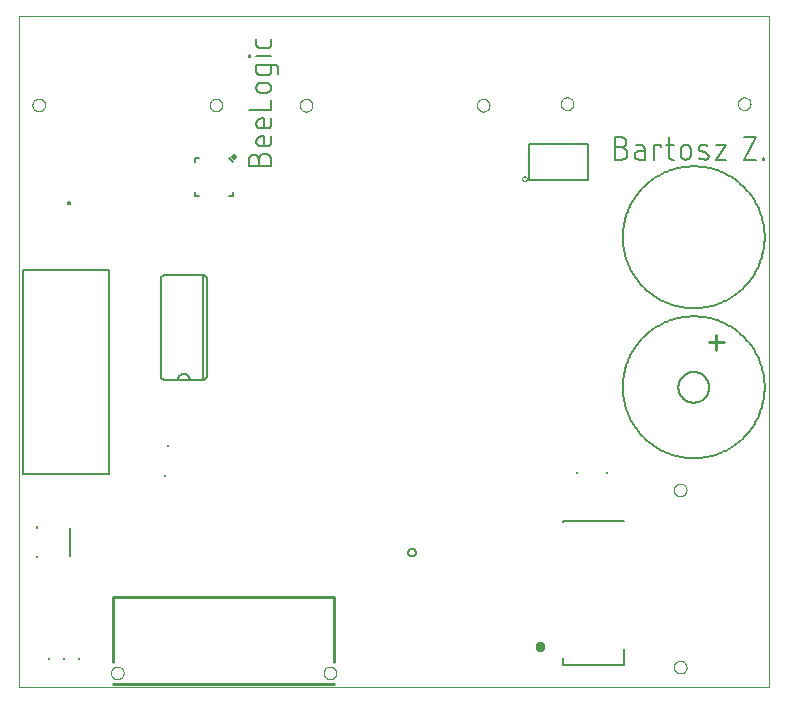
<source format=gto>
G75*
%MOIN*%
%OFA0B0*%
%FSLAX25Y25*%
%IPPOS*%
%LPD*%
%AMOC8*
5,1,8,0,0,1.08239X$1,22.5*
%
%ADD10C,0.00000*%
%ADD11C,0.00600*%
%ADD12R,0.00984X0.00984*%
%ADD13C,0.00500*%
%ADD14C,0.01000*%
%ADD15C,0.00787*%
%ADD16C,0.00800*%
%ADD17C,0.00300*%
%ADD18C,0.01575*%
%ADD19C,0.02000*%
D10*
X0043720Y0026800D02*
X0043720Y0250501D01*
X0293641Y0250501D01*
X0293641Y0026800D01*
X0043720Y0026800D01*
X0074468Y0031564D02*
X0074470Y0031655D01*
X0074476Y0031746D01*
X0074486Y0031837D01*
X0074500Y0031927D01*
X0074517Y0032017D01*
X0074539Y0032105D01*
X0074564Y0032193D01*
X0074593Y0032280D01*
X0074626Y0032365D01*
X0074663Y0032448D01*
X0074703Y0032530D01*
X0074746Y0032610D01*
X0074793Y0032689D01*
X0074844Y0032765D01*
X0074897Y0032838D01*
X0074954Y0032910D01*
X0075014Y0032979D01*
X0075077Y0033045D01*
X0075142Y0033109D01*
X0075211Y0033169D01*
X0075281Y0033227D01*
X0075355Y0033281D01*
X0075430Y0033332D01*
X0075508Y0033380D01*
X0075588Y0033425D01*
X0075669Y0033466D01*
X0075752Y0033503D01*
X0075837Y0033537D01*
X0075923Y0033567D01*
X0076011Y0033593D01*
X0076099Y0033616D01*
X0076188Y0033634D01*
X0076278Y0033649D01*
X0076369Y0033660D01*
X0076460Y0033667D01*
X0076551Y0033670D01*
X0076642Y0033669D01*
X0076734Y0033664D01*
X0076824Y0033655D01*
X0076915Y0033642D01*
X0077004Y0033626D01*
X0077093Y0033605D01*
X0077181Y0033581D01*
X0077268Y0033552D01*
X0077354Y0033520D01*
X0077438Y0033485D01*
X0077520Y0033446D01*
X0077601Y0033403D01*
X0077679Y0033357D01*
X0077756Y0033307D01*
X0077830Y0033254D01*
X0077902Y0033198D01*
X0077972Y0033139D01*
X0078039Y0033077D01*
X0078103Y0033012D01*
X0078164Y0032945D01*
X0078223Y0032875D01*
X0078278Y0032802D01*
X0078330Y0032727D01*
X0078379Y0032650D01*
X0078424Y0032571D01*
X0078466Y0032489D01*
X0078504Y0032407D01*
X0078539Y0032322D01*
X0078570Y0032236D01*
X0078597Y0032149D01*
X0078620Y0032061D01*
X0078640Y0031972D01*
X0078656Y0031882D01*
X0078668Y0031792D01*
X0078676Y0031701D01*
X0078680Y0031610D01*
X0078680Y0031518D01*
X0078676Y0031427D01*
X0078668Y0031336D01*
X0078656Y0031246D01*
X0078640Y0031156D01*
X0078620Y0031067D01*
X0078597Y0030979D01*
X0078570Y0030892D01*
X0078539Y0030806D01*
X0078504Y0030721D01*
X0078466Y0030639D01*
X0078424Y0030557D01*
X0078379Y0030478D01*
X0078330Y0030401D01*
X0078278Y0030326D01*
X0078223Y0030253D01*
X0078164Y0030183D01*
X0078103Y0030116D01*
X0078039Y0030051D01*
X0077972Y0029989D01*
X0077902Y0029930D01*
X0077830Y0029874D01*
X0077756Y0029821D01*
X0077679Y0029771D01*
X0077601Y0029725D01*
X0077520Y0029682D01*
X0077438Y0029643D01*
X0077354Y0029608D01*
X0077268Y0029576D01*
X0077181Y0029547D01*
X0077093Y0029523D01*
X0077004Y0029502D01*
X0076915Y0029486D01*
X0076824Y0029473D01*
X0076734Y0029464D01*
X0076642Y0029459D01*
X0076551Y0029458D01*
X0076460Y0029461D01*
X0076369Y0029468D01*
X0076278Y0029479D01*
X0076188Y0029494D01*
X0076099Y0029512D01*
X0076011Y0029535D01*
X0075923Y0029561D01*
X0075837Y0029591D01*
X0075752Y0029625D01*
X0075669Y0029662D01*
X0075588Y0029703D01*
X0075508Y0029748D01*
X0075430Y0029796D01*
X0075355Y0029847D01*
X0075281Y0029901D01*
X0075211Y0029959D01*
X0075142Y0030019D01*
X0075077Y0030083D01*
X0075014Y0030149D01*
X0074954Y0030218D01*
X0074897Y0030290D01*
X0074844Y0030363D01*
X0074793Y0030439D01*
X0074746Y0030518D01*
X0074703Y0030598D01*
X0074663Y0030680D01*
X0074626Y0030763D01*
X0074593Y0030848D01*
X0074564Y0030935D01*
X0074539Y0031023D01*
X0074517Y0031111D01*
X0074500Y0031201D01*
X0074486Y0031291D01*
X0074476Y0031382D01*
X0074470Y0031473D01*
X0074468Y0031564D01*
X0145334Y0031564D02*
X0145336Y0031655D01*
X0145342Y0031746D01*
X0145352Y0031837D01*
X0145366Y0031927D01*
X0145383Y0032017D01*
X0145405Y0032105D01*
X0145430Y0032193D01*
X0145459Y0032280D01*
X0145492Y0032365D01*
X0145529Y0032448D01*
X0145569Y0032530D01*
X0145612Y0032610D01*
X0145659Y0032689D01*
X0145710Y0032765D01*
X0145763Y0032838D01*
X0145820Y0032910D01*
X0145880Y0032979D01*
X0145943Y0033045D01*
X0146008Y0033109D01*
X0146077Y0033169D01*
X0146147Y0033227D01*
X0146221Y0033281D01*
X0146296Y0033332D01*
X0146374Y0033380D01*
X0146454Y0033425D01*
X0146535Y0033466D01*
X0146618Y0033503D01*
X0146703Y0033537D01*
X0146789Y0033567D01*
X0146877Y0033593D01*
X0146965Y0033616D01*
X0147054Y0033634D01*
X0147144Y0033649D01*
X0147235Y0033660D01*
X0147326Y0033667D01*
X0147417Y0033670D01*
X0147508Y0033669D01*
X0147600Y0033664D01*
X0147690Y0033655D01*
X0147781Y0033642D01*
X0147870Y0033626D01*
X0147959Y0033605D01*
X0148047Y0033581D01*
X0148134Y0033552D01*
X0148220Y0033520D01*
X0148304Y0033485D01*
X0148386Y0033446D01*
X0148467Y0033403D01*
X0148545Y0033357D01*
X0148622Y0033307D01*
X0148696Y0033254D01*
X0148768Y0033198D01*
X0148838Y0033139D01*
X0148905Y0033077D01*
X0148969Y0033012D01*
X0149030Y0032945D01*
X0149089Y0032875D01*
X0149144Y0032802D01*
X0149196Y0032727D01*
X0149245Y0032650D01*
X0149290Y0032571D01*
X0149332Y0032489D01*
X0149370Y0032407D01*
X0149405Y0032322D01*
X0149436Y0032236D01*
X0149463Y0032149D01*
X0149486Y0032061D01*
X0149506Y0031972D01*
X0149522Y0031882D01*
X0149534Y0031792D01*
X0149542Y0031701D01*
X0149546Y0031610D01*
X0149546Y0031518D01*
X0149542Y0031427D01*
X0149534Y0031336D01*
X0149522Y0031246D01*
X0149506Y0031156D01*
X0149486Y0031067D01*
X0149463Y0030979D01*
X0149436Y0030892D01*
X0149405Y0030806D01*
X0149370Y0030721D01*
X0149332Y0030639D01*
X0149290Y0030557D01*
X0149245Y0030478D01*
X0149196Y0030401D01*
X0149144Y0030326D01*
X0149089Y0030253D01*
X0149030Y0030183D01*
X0148969Y0030116D01*
X0148905Y0030051D01*
X0148838Y0029989D01*
X0148768Y0029930D01*
X0148696Y0029874D01*
X0148622Y0029821D01*
X0148545Y0029771D01*
X0148467Y0029725D01*
X0148386Y0029682D01*
X0148304Y0029643D01*
X0148220Y0029608D01*
X0148134Y0029576D01*
X0148047Y0029547D01*
X0147959Y0029523D01*
X0147870Y0029502D01*
X0147781Y0029486D01*
X0147690Y0029473D01*
X0147600Y0029464D01*
X0147508Y0029459D01*
X0147417Y0029458D01*
X0147326Y0029461D01*
X0147235Y0029468D01*
X0147144Y0029479D01*
X0147054Y0029494D01*
X0146965Y0029512D01*
X0146877Y0029535D01*
X0146789Y0029561D01*
X0146703Y0029591D01*
X0146618Y0029625D01*
X0146535Y0029662D01*
X0146454Y0029703D01*
X0146374Y0029748D01*
X0146296Y0029796D01*
X0146221Y0029847D01*
X0146147Y0029901D01*
X0146077Y0029959D01*
X0146008Y0030019D01*
X0145943Y0030083D01*
X0145880Y0030149D01*
X0145820Y0030218D01*
X0145763Y0030290D01*
X0145710Y0030363D01*
X0145659Y0030439D01*
X0145612Y0030518D01*
X0145569Y0030598D01*
X0145529Y0030680D01*
X0145492Y0030763D01*
X0145459Y0030848D01*
X0145430Y0030935D01*
X0145405Y0031023D01*
X0145383Y0031111D01*
X0145366Y0031201D01*
X0145352Y0031291D01*
X0145342Y0031382D01*
X0145336Y0031473D01*
X0145334Y0031564D01*
X0262102Y0033489D02*
X0262104Y0033580D01*
X0262110Y0033671D01*
X0262120Y0033762D01*
X0262134Y0033852D01*
X0262151Y0033942D01*
X0262173Y0034030D01*
X0262198Y0034118D01*
X0262227Y0034205D01*
X0262260Y0034290D01*
X0262297Y0034373D01*
X0262337Y0034455D01*
X0262380Y0034535D01*
X0262427Y0034614D01*
X0262478Y0034690D01*
X0262531Y0034763D01*
X0262588Y0034835D01*
X0262648Y0034904D01*
X0262711Y0034970D01*
X0262776Y0035034D01*
X0262845Y0035094D01*
X0262915Y0035152D01*
X0262989Y0035206D01*
X0263064Y0035257D01*
X0263142Y0035305D01*
X0263222Y0035350D01*
X0263303Y0035391D01*
X0263386Y0035428D01*
X0263471Y0035462D01*
X0263557Y0035492D01*
X0263645Y0035518D01*
X0263733Y0035541D01*
X0263822Y0035559D01*
X0263912Y0035574D01*
X0264003Y0035585D01*
X0264094Y0035592D01*
X0264185Y0035595D01*
X0264276Y0035594D01*
X0264368Y0035589D01*
X0264458Y0035580D01*
X0264549Y0035567D01*
X0264638Y0035551D01*
X0264727Y0035530D01*
X0264815Y0035506D01*
X0264902Y0035477D01*
X0264988Y0035445D01*
X0265072Y0035410D01*
X0265154Y0035371D01*
X0265235Y0035328D01*
X0265313Y0035282D01*
X0265390Y0035232D01*
X0265464Y0035179D01*
X0265536Y0035123D01*
X0265606Y0035064D01*
X0265673Y0035002D01*
X0265737Y0034937D01*
X0265798Y0034870D01*
X0265857Y0034800D01*
X0265912Y0034727D01*
X0265964Y0034652D01*
X0266013Y0034575D01*
X0266058Y0034496D01*
X0266100Y0034414D01*
X0266138Y0034332D01*
X0266173Y0034247D01*
X0266204Y0034161D01*
X0266231Y0034074D01*
X0266254Y0033986D01*
X0266274Y0033897D01*
X0266290Y0033807D01*
X0266302Y0033717D01*
X0266310Y0033626D01*
X0266314Y0033535D01*
X0266314Y0033443D01*
X0266310Y0033352D01*
X0266302Y0033261D01*
X0266290Y0033171D01*
X0266274Y0033081D01*
X0266254Y0032992D01*
X0266231Y0032904D01*
X0266204Y0032817D01*
X0266173Y0032731D01*
X0266138Y0032646D01*
X0266100Y0032564D01*
X0266058Y0032482D01*
X0266013Y0032403D01*
X0265964Y0032326D01*
X0265912Y0032251D01*
X0265857Y0032178D01*
X0265798Y0032108D01*
X0265737Y0032041D01*
X0265673Y0031976D01*
X0265606Y0031914D01*
X0265536Y0031855D01*
X0265464Y0031799D01*
X0265390Y0031746D01*
X0265313Y0031696D01*
X0265235Y0031650D01*
X0265154Y0031607D01*
X0265072Y0031568D01*
X0264988Y0031533D01*
X0264902Y0031501D01*
X0264815Y0031472D01*
X0264727Y0031448D01*
X0264638Y0031427D01*
X0264549Y0031411D01*
X0264458Y0031398D01*
X0264368Y0031389D01*
X0264276Y0031384D01*
X0264185Y0031383D01*
X0264094Y0031386D01*
X0264003Y0031393D01*
X0263912Y0031404D01*
X0263822Y0031419D01*
X0263733Y0031437D01*
X0263645Y0031460D01*
X0263557Y0031486D01*
X0263471Y0031516D01*
X0263386Y0031550D01*
X0263303Y0031587D01*
X0263222Y0031628D01*
X0263142Y0031673D01*
X0263064Y0031721D01*
X0262989Y0031772D01*
X0262915Y0031826D01*
X0262845Y0031884D01*
X0262776Y0031944D01*
X0262711Y0032008D01*
X0262648Y0032074D01*
X0262588Y0032143D01*
X0262531Y0032215D01*
X0262478Y0032288D01*
X0262427Y0032364D01*
X0262380Y0032443D01*
X0262337Y0032523D01*
X0262297Y0032605D01*
X0262260Y0032688D01*
X0262227Y0032773D01*
X0262198Y0032860D01*
X0262173Y0032948D01*
X0262151Y0033036D01*
X0262134Y0033126D01*
X0262120Y0033216D01*
X0262110Y0033307D01*
X0262104Y0033398D01*
X0262102Y0033489D01*
X0262102Y0092544D02*
X0262104Y0092635D01*
X0262110Y0092726D01*
X0262120Y0092817D01*
X0262134Y0092907D01*
X0262151Y0092997D01*
X0262173Y0093085D01*
X0262198Y0093173D01*
X0262227Y0093260D01*
X0262260Y0093345D01*
X0262297Y0093428D01*
X0262337Y0093510D01*
X0262380Y0093590D01*
X0262427Y0093669D01*
X0262478Y0093745D01*
X0262531Y0093818D01*
X0262588Y0093890D01*
X0262648Y0093959D01*
X0262711Y0094025D01*
X0262776Y0094089D01*
X0262845Y0094149D01*
X0262915Y0094207D01*
X0262989Y0094261D01*
X0263064Y0094312D01*
X0263142Y0094360D01*
X0263222Y0094405D01*
X0263303Y0094446D01*
X0263386Y0094483D01*
X0263471Y0094517D01*
X0263557Y0094547D01*
X0263645Y0094573D01*
X0263733Y0094596D01*
X0263822Y0094614D01*
X0263912Y0094629D01*
X0264003Y0094640D01*
X0264094Y0094647D01*
X0264185Y0094650D01*
X0264276Y0094649D01*
X0264368Y0094644D01*
X0264458Y0094635D01*
X0264549Y0094622D01*
X0264638Y0094606D01*
X0264727Y0094585D01*
X0264815Y0094561D01*
X0264902Y0094532D01*
X0264988Y0094500D01*
X0265072Y0094465D01*
X0265154Y0094426D01*
X0265235Y0094383D01*
X0265313Y0094337D01*
X0265390Y0094287D01*
X0265464Y0094234D01*
X0265536Y0094178D01*
X0265606Y0094119D01*
X0265673Y0094057D01*
X0265737Y0093992D01*
X0265798Y0093925D01*
X0265857Y0093855D01*
X0265912Y0093782D01*
X0265964Y0093707D01*
X0266013Y0093630D01*
X0266058Y0093551D01*
X0266100Y0093469D01*
X0266138Y0093387D01*
X0266173Y0093302D01*
X0266204Y0093216D01*
X0266231Y0093129D01*
X0266254Y0093041D01*
X0266274Y0092952D01*
X0266290Y0092862D01*
X0266302Y0092772D01*
X0266310Y0092681D01*
X0266314Y0092590D01*
X0266314Y0092498D01*
X0266310Y0092407D01*
X0266302Y0092316D01*
X0266290Y0092226D01*
X0266274Y0092136D01*
X0266254Y0092047D01*
X0266231Y0091959D01*
X0266204Y0091872D01*
X0266173Y0091786D01*
X0266138Y0091701D01*
X0266100Y0091619D01*
X0266058Y0091537D01*
X0266013Y0091458D01*
X0265964Y0091381D01*
X0265912Y0091306D01*
X0265857Y0091233D01*
X0265798Y0091163D01*
X0265737Y0091096D01*
X0265673Y0091031D01*
X0265606Y0090969D01*
X0265536Y0090910D01*
X0265464Y0090854D01*
X0265390Y0090801D01*
X0265313Y0090751D01*
X0265235Y0090705D01*
X0265154Y0090662D01*
X0265072Y0090623D01*
X0264988Y0090588D01*
X0264902Y0090556D01*
X0264815Y0090527D01*
X0264727Y0090503D01*
X0264638Y0090482D01*
X0264549Y0090466D01*
X0264458Y0090453D01*
X0264368Y0090444D01*
X0264276Y0090439D01*
X0264185Y0090438D01*
X0264094Y0090441D01*
X0264003Y0090448D01*
X0263912Y0090459D01*
X0263822Y0090474D01*
X0263733Y0090492D01*
X0263645Y0090515D01*
X0263557Y0090541D01*
X0263471Y0090571D01*
X0263386Y0090605D01*
X0263303Y0090642D01*
X0263222Y0090683D01*
X0263142Y0090728D01*
X0263064Y0090776D01*
X0262989Y0090827D01*
X0262915Y0090881D01*
X0262845Y0090939D01*
X0262776Y0090999D01*
X0262711Y0091063D01*
X0262648Y0091129D01*
X0262588Y0091198D01*
X0262531Y0091270D01*
X0262478Y0091343D01*
X0262427Y0091419D01*
X0262380Y0091498D01*
X0262337Y0091578D01*
X0262297Y0091660D01*
X0262260Y0091743D01*
X0262227Y0091828D01*
X0262198Y0091915D01*
X0262173Y0092003D01*
X0262151Y0092091D01*
X0262134Y0092181D01*
X0262120Y0092271D01*
X0262110Y0092362D01*
X0262104Y0092453D01*
X0262102Y0092544D01*
X0196425Y0220788D02*
X0196427Y0220879D01*
X0196433Y0220970D01*
X0196443Y0221061D01*
X0196457Y0221151D01*
X0196474Y0221241D01*
X0196496Y0221329D01*
X0196521Y0221417D01*
X0196550Y0221504D01*
X0196583Y0221589D01*
X0196620Y0221672D01*
X0196660Y0221754D01*
X0196703Y0221834D01*
X0196750Y0221913D01*
X0196801Y0221989D01*
X0196854Y0222062D01*
X0196911Y0222134D01*
X0196971Y0222203D01*
X0197034Y0222269D01*
X0197099Y0222333D01*
X0197168Y0222393D01*
X0197238Y0222451D01*
X0197312Y0222505D01*
X0197387Y0222556D01*
X0197465Y0222604D01*
X0197545Y0222649D01*
X0197626Y0222690D01*
X0197709Y0222727D01*
X0197794Y0222761D01*
X0197880Y0222791D01*
X0197968Y0222817D01*
X0198056Y0222840D01*
X0198145Y0222858D01*
X0198235Y0222873D01*
X0198326Y0222884D01*
X0198417Y0222891D01*
X0198508Y0222894D01*
X0198599Y0222893D01*
X0198691Y0222888D01*
X0198781Y0222879D01*
X0198872Y0222866D01*
X0198961Y0222850D01*
X0199050Y0222829D01*
X0199138Y0222805D01*
X0199225Y0222776D01*
X0199311Y0222744D01*
X0199395Y0222709D01*
X0199477Y0222670D01*
X0199558Y0222627D01*
X0199636Y0222581D01*
X0199713Y0222531D01*
X0199787Y0222478D01*
X0199859Y0222422D01*
X0199929Y0222363D01*
X0199996Y0222301D01*
X0200060Y0222236D01*
X0200121Y0222169D01*
X0200180Y0222099D01*
X0200235Y0222026D01*
X0200287Y0221951D01*
X0200336Y0221874D01*
X0200381Y0221795D01*
X0200423Y0221713D01*
X0200461Y0221631D01*
X0200496Y0221546D01*
X0200527Y0221460D01*
X0200554Y0221373D01*
X0200577Y0221285D01*
X0200597Y0221196D01*
X0200613Y0221106D01*
X0200625Y0221016D01*
X0200633Y0220925D01*
X0200637Y0220834D01*
X0200637Y0220742D01*
X0200633Y0220651D01*
X0200625Y0220560D01*
X0200613Y0220470D01*
X0200597Y0220380D01*
X0200577Y0220291D01*
X0200554Y0220203D01*
X0200527Y0220116D01*
X0200496Y0220030D01*
X0200461Y0219945D01*
X0200423Y0219863D01*
X0200381Y0219781D01*
X0200336Y0219702D01*
X0200287Y0219625D01*
X0200235Y0219550D01*
X0200180Y0219477D01*
X0200121Y0219407D01*
X0200060Y0219340D01*
X0199996Y0219275D01*
X0199929Y0219213D01*
X0199859Y0219154D01*
X0199787Y0219098D01*
X0199713Y0219045D01*
X0199636Y0218995D01*
X0199558Y0218949D01*
X0199477Y0218906D01*
X0199395Y0218867D01*
X0199311Y0218832D01*
X0199225Y0218800D01*
X0199138Y0218771D01*
X0199050Y0218747D01*
X0198961Y0218726D01*
X0198872Y0218710D01*
X0198781Y0218697D01*
X0198691Y0218688D01*
X0198599Y0218683D01*
X0198508Y0218682D01*
X0198417Y0218685D01*
X0198326Y0218692D01*
X0198235Y0218703D01*
X0198145Y0218718D01*
X0198056Y0218736D01*
X0197968Y0218759D01*
X0197880Y0218785D01*
X0197794Y0218815D01*
X0197709Y0218849D01*
X0197626Y0218886D01*
X0197545Y0218927D01*
X0197465Y0218972D01*
X0197387Y0219020D01*
X0197312Y0219071D01*
X0197238Y0219125D01*
X0197168Y0219183D01*
X0197099Y0219243D01*
X0197034Y0219307D01*
X0196971Y0219373D01*
X0196911Y0219442D01*
X0196854Y0219514D01*
X0196801Y0219587D01*
X0196750Y0219663D01*
X0196703Y0219742D01*
X0196660Y0219822D01*
X0196620Y0219904D01*
X0196583Y0219987D01*
X0196550Y0220072D01*
X0196521Y0220159D01*
X0196496Y0220247D01*
X0196474Y0220335D01*
X0196457Y0220425D01*
X0196443Y0220515D01*
X0196433Y0220606D01*
X0196427Y0220697D01*
X0196425Y0220788D01*
X0224369Y0221288D02*
X0224371Y0221379D01*
X0224377Y0221470D01*
X0224387Y0221561D01*
X0224401Y0221651D01*
X0224418Y0221741D01*
X0224440Y0221829D01*
X0224465Y0221917D01*
X0224494Y0222004D01*
X0224527Y0222089D01*
X0224564Y0222172D01*
X0224604Y0222254D01*
X0224647Y0222334D01*
X0224694Y0222413D01*
X0224745Y0222489D01*
X0224798Y0222562D01*
X0224855Y0222634D01*
X0224915Y0222703D01*
X0224978Y0222769D01*
X0225043Y0222833D01*
X0225112Y0222893D01*
X0225182Y0222951D01*
X0225256Y0223005D01*
X0225331Y0223056D01*
X0225409Y0223104D01*
X0225489Y0223149D01*
X0225570Y0223190D01*
X0225653Y0223227D01*
X0225738Y0223261D01*
X0225824Y0223291D01*
X0225912Y0223317D01*
X0226000Y0223340D01*
X0226089Y0223358D01*
X0226179Y0223373D01*
X0226270Y0223384D01*
X0226361Y0223391D01*
X0226452Y0223394D01*
X0226543Y0223393D01*
X0226635Y0223388D01*
X0226725Y0223379D01*
X0226816Y0223366D01*
X0226905Y0223350D01*
X0226994Y0223329D01*
X0227082Y0223305D01*
X0227169Y0223276D01*
X0227255Y0223244D01*
X0227339Y0223209D01*
X0227421Y0223170D01*
X0227502Y0223127D01*
X0227580Y0223081D01*
X0227657Y0223031D01*
X0227731Y0222978D01*
X0227803Y0222922D01*
X0227873Y0222863D01*
X0227940Y0222801D01*
X0228004Y0222736D01*
X0228065Y0222669D01*
X0228124Y0222599D01*
X0228179Y0222526D01*
X0228231Y0222451D01*
X0228280Y0222374D01*
X0228325Y0222295D01*
X0228367Y0222213D01*
X0228405Y0222131D01*
X0228440Y0222046D01*
X0228471Y0221960D01*
X0228498Y0221873D01*
X0228521Y0221785D01*
X0228541Y0221696D01*
X0228557Y0221606D01*
X0228569Y0221516D01*
X0228577Y0221425D01*
X0228581Y0221334D01*
X0228581Y0221242D01*
X0228577Y0221151D01*
X0228569Y0221060D01*
X0228557Y0220970D01*
X0228541Y0220880D01*
X0228521Y0220791D01*
X0228498Y0220703D01*
X0228471Y0220616D01*
X0228440Y0220530D01*
X0228405Y0220445D01*
X0228367Y0220363D01*
X0228325Y0220281D01*
X0228280Y0220202D01*
X0228231Y0220125D01*
X0228179Y0220050D01*
X0228124Y0219977D01*
X0228065Y0219907D01*
X0228004Y0219840D01*
X0227940Y0219775D01*
X0227873Y0219713D01*
X0227803Y0219654D01*
X0227731Y0219598D01*
X0227657Y0219545D01*
X0227580Y0219495D01*
X0227502Y0219449D01*
X0227421Y0219406D01*
X0227339Y0219367D01*
X0227255Y0219332D01*
X0227169Y0219300D01*
X0227082Y0219271D01*
X0226994Y0219247D01*
X0226905Y0219226D01*
X0226816Y0219210D01*
X0226725Y0219197D01*
X0226635Y0219188D01*
X0226543Y0219183D01*
X0226452Y0219182D01*
X0226361Y0219185D01*
X0226270Y0219192D01*
X0226179Y0219203D01*
X0226089Y0219218D01*
X0226000Y0219236D01*
X0225912Y0219259D01*
X0225824Y0219285D01*
X0225738Y0219315D01*
X0225653Y0219349D01*
X0225570Y0219386D01*
X0225489Y0219427D01*
X0225409Y0219472D01*
X0225331Y0219520D01*
X0225256Y0219571D01*
X0225182Y0219625D01*
X0225112Y0219683D01*
X0225043Y0219743D01*
X0224978Y0219807D01*
X0224915Y0219873D01*
X0224855Y0219942D01*
X0224798Y0220014D01*
X0224745Y0220087D01*
X0224694Y0220163D01*
X0224647Y0220242D01*
X0224604Y0220322D01*
X0224564Y0220404D01*
X0224527Y0220487D01*
X0224494Y0220572D01*
X0224465Y0220659D01*
X0224440Y0220747D01*
X0224418Y0220835D01*
X0224401Y0220925D01*
X0224387Y0221015D01*
X0224377Y0221106D01*
X0224371Y0221197D01*
X0224369Y0221288D01*
X0283425Y0221288D02*
X0283427Y0221379D01*
X0283433Y0221470D01*
X0283443Y0221561D01*
X0283457Y0221651D01*
X0283474Y0221741D01*
X0283496Y0221829D01*
X0283521Y0221917D01*
X0283550Y0222004D01*
X0283583Y0222089D01*
X0283620Y0222172D01*
X0283660Y0222254D01*
X0283703Y0222334D01*
X0283750Y0222413D01*
X0283801Y0222489D01*
X0283854Y0222562D01*
X0283911Y0222634D01*
X0283971Y0222703D01*
X0284034Y0222769D01*
X0284099Y0222833D01*
X0284168Y0222893D01*
X0284238Y0222951D01*
X0284312Y0223005D01*
X0284387Y0223056D01*
X0284465Y0223104D01*
X0284545Y0223149D01*
X0284626Y0223190D01*
X0284709Y0223227D01*
X0284794Y0223261D01*
X0284880Y0223291D01*
X0284968Y0223317D01*
X0285056Y0223340D01*
X0285145Y0223358D01*
X0285235Y0223373D01*
X0285326Y0223384D01*
X0285417Y0223391D01*
X0285508Y0223394D01*
X0285599Y0223393D01*
X0285691Y0223388D01*
X0285781Y0223379D01*
X0285872Y0223366D01*
X0285961Y0223350D01*
X0286050Y0223329D01*
X0286138Y0223305D01*
X0286225Y0223276D01*
X0286311Y0223244D01*
X0286395Y0223209D01*
X0286477Y0223170D01*
X0286558Y0223127D01*
X0286636Y0223081D01*
X0286713Y0223031D01*
X0286787Y0222978D01*
X0286859Y0222922D01*
X0286929Y0222863D01*
X0286996Y0222801D01*
X0287060Y0222736D01*
X0287121Y0222669D01*
X0287180Y0222599D01*
X0287235Y0222526D01*
X0287287Y0222451D01*
X0287336Y0222374D01*
X0287381Y0222295D01*
X0287423Y0222213D01*
X0287461Y0222131D01*
X0287496Y0222046D01*
X0287527Y0221960D01*
X0287554Y0221873D01*
X0287577Y0221785D01*
X0287597Y0221696D01*
X0287613Y0221606D01*
X0287625Y0221516D01*
X0287633Y0221425D01*
X0287637Y0221334D01*
X0287637Y0221242D01*
X0287633Y0221151D01*
X0287625Y0221060D01*
X0287613Y0220970D01*
X0287597Y0220880D01*
X0287577Y0220791D01*
X0287554Y0220703D01*
X0287527Y0220616D01*
X0287496Y0220530D01*
X0287461Y0220445D01*
X0287423Y0220363D01*
X0287381Y0220281D01*
X0287336Y0220202D01*
X0287287Y0220125D01*
X0287235Y0220050D01*
X0287180Y0219977D01*
X0287121Y0219907D01*
X0287060Y0219840D01*
X0286996Y0219775D01*
X0286929Y0219713D01*
X0286859Y0219654D01*
X0286787Y0219598D01*
X0286713Y0219545D01*
X0286636Y0219495D01*
X0286558Y0219449D01*
X0286477Y0219406D01*
X0286395Y0219367D01*
X0286311Y0219332D01*
X0286225Y0219300D01*
X0286138Y0219271D01*
X0286050Y0219247D01*
X0285961Y0219226D01*
X0285872Y0219210D01*
X0285781Y0219197D01*
X0285691Y0219188D01*
X0285599Y0219183D01*
X0285508Y0219182D01*
X0285417Y0219185D01*
X0285326Y0219192D01*
X0285235Y0219203D01*
X0285145Y0219218D01*
X0285056Y0219236D01*
X0284968Y0219259D01*
X0284880Y0219285D01*
X0284794Y0219315D01*
X0284709Y0219349D01*
X0284626Y0219386D01*
X0284545Y0219427D01*
X0284465Y0219472D01*
X0284387Y0219520D01*
X0284312Y0219571D01*
X0284238Y0219625D01*
X0284168Y0219683D01*
X0284099Y0219743D01*
X0284034Y0219807D01*
X0283971Y0219873D01*
X0283911Y0219942D01*
X0283854Y0220014D01*
X0283801Y0220087D01*
X0283750Y0220163D01*
X0283703Y0220242D01*
X0283660Y0220322D01*
X0283620Y0220404D01*
X0283583Y0220487D01*
X0283550Y0220572D01*
X0283521Y0220659D01*
X0283496Y0220747D01*
X0283474Y0220835D01*
X0283457Y0220925D01*
X0283443Y0221015D01*
X0283433Y0221106D01*
X0283427Y0221197D01*
X0283425Y0221288D01*
X0137369Y0220788D02*
X0137371Y0220879D01*
X0137377Y0220970D01*
X0137387Y0221061D01*
X0137401Y0221151D01*
X0137418Y0221241D01*
X0137440Y0221329D01*
X0137465Y0221417D01*
X0137494Y0221504D01*
X0137527Y0221589D01*
X0137564Y0221672D01*
X0137604Y0221754D01*
X0137647Y0221834D01*
X0137694Y0221913D01*
X0137745Y0221989D01*
X0137798Y0222062D01*
X0137855Y0222134D01*
X0137915Y0222203D01*
X0137978Y0222269D01*
X0138043Y0222333D01*
X0138112Y0222393D01*
X0138182Y0222451D01*
X0138256Y0222505D01*
X0138331Y0222556D01*
X0138409Y0222604D01*
X0138489Y0222649D01*
X0138570Y0222690D01*
X0138653Y0222727D01*
X0138738Y0222761D01*
X0138824Y0222791D01*
X0138912Y0222817D01*
X0139000Y0222840D01*
X0139089Y0222858D01*
X0139179Y0222873D01*
X0139270Y0222884D01*
X0139361Y0222891D01*
X0139452Y0222894D01*
X0139543Y0222893D01*
X0139635Y0222888D01*
X0139725Y0222879D01*
X0139816Y0222866D01*
X0139905Y0222850D01*
X0139994Y0222829D01*
X0140082Y0222805D01*
X0140169Y0222776D01*
X0140255Y0222744D01*
X0140339Y0222709D01*
X0140421Y0222670D01*
X0140502Y0222627D01*
X0140580Y0222581D01*
X0140657Y0222531D01*
X0140731Y0222478D01*
X0140803Y0222422D01*
X0140873Y0222363D01*
X0140940Y0222301D01*
X0141004Y0222236D01*
X0141065Y0222169D01*
X0141124Y0222099D01*
X0141179Y0222026D01*
X0141231Y0221951D01*
X0141280Y0221874D01*
X0141325Y0221795D01*
X0141367Y0221713D01*
X0141405Y0221631D01*
X0141440Y0221546D01*
X0141471Y0221460D01*
X0141498Y0221373D01*
X0141521Y0221285D01*
X0141541Y0221196D01*
X0141557Y0221106D01*
X0141569Y0221016D01*
X0141577Y0220925D01*
X0141581Y0220834D01*
X0141581Y0220742D01*
X0141577Y0220651D01*
X0141569Y0220560D01*
X0141557Y0220470D01*
X0141541Y0220380D01*
X0141521Y0220291D01*
X0141498Y0220203D01*
X0141471Y0220116D01*
X0141440Y0220030D01*
X0141405Y0219945D01*
X0141367Y0219863D01*
X0141325Y0219781D01*
X0141280Y0219702D01*
X0141231Y0219625D01*
X0141179Y0219550D01*
X0141124Y0219477D01*
X0141065Y0219407D01*
X0141004Y0219340D01*
X0140940Y0219275D01*
X0140873Y0219213D01*
X0140803Y0219154D01*
X0140731Y0219098D01*
X0140657Y0219045D01*
X0140580Y0218995D01*
X0140502Y0218949D01*
X0140421Y0218906D01*
X0140339Y0218867D01*
X0140255Y0218832D01*
X0140169Y0218800D01*
X0140082Y0218771D01*
X0139994Y0218747D01*
X0139905Y0218726D01*
X0139816Y0218710D01*
X0139725Y0218697D01*
X0139635Y0218688D01*
X0139543Y0218683D01*
X0139452Y0218682D01*
X0139361Y0218685D01*
X0139270Y0218692D01*
X0139179Y0218703D01*
X0139089Y0218718D01*
X0139000Y0218736D01*
X0138912Y0218759D01*
X0138824Y0218785D01*
X0138738Y0218815D01*
X0138653Y0218849D01*
X0138570Y0218886D01*
X0138489Y0218927D01*
X0138409Y0218972D01*
X0138331Y0219020D01*
X0138256Y0219071D01*
X0138182Y0219125D01*
X0138112Y0219183D01*
X0138043Y0219243D01*
X0137978Y0219307D01*
X0137915Y0219373D01*
X0137855Y0219442D01*
X0137798Y0219514D01*
X0137745Y0219587D01*
X0137694Y0219663D01*
X0137647Y0219742D01*
X0137604Y0219822D01*
X0137564Y0219904D01*
X0137527Y0219987D01*
X0137494Y0220072D01*
X0137465Y0220159D01*
X0137440Y0220247D01*
X0137418Y0220335D01*
X0137401Y0220425D01*
X0137387Y0220515D01*
X0137377Y0220606D01*
X0137371Y0220697D01*
X0137369Y0220788D01*
X0107325Y0220888D02*
X0107327Y0220979D01*
X0107333Y0221070D01*
X0107343Y0221161D01*
X0107357Y0221251D01*
X0107374Y0221341D01*
X0107396Y0221429D01*
X0107421Y0221517D01*
X0107450Y0221604D01*
X0107483Y0221689D01*
X0107520Y0221772D01*
X0107560Y0221854D01*
X0107603Y0221934D01*
X0107650Y0222013D01*
X0107701Y0222089D01*
X0107754Y0222162D01*
X0107811Y0222234D01*
X0107871Y0222303D01*
X0107934Y0222369D01*
X0107999Y0222433D01*
X0108068Y0222493D01*
X0108138Y0222551D01*
X0108212Y0222605D01*
X0108287Y0222656D01*
X0108365Y0222704D01*
X0108445Y0222749D01*
X0108526Y0222790D01*
X0108609Y0222827D01*
X0108694Y0222861D01*
X0108780Y0222891D01*
X0108868Y0222917D01*
X0108956Y0222940D01*
X0109045Y0222958D01*
X0109135Y0222973D01*
X0109226Y0222984D01*
X0109317Y0222991D01*
X0109408Y0222994D01*
X0109499Y0222993D01*
X0109591Y0222988D01*
X0109681Y0222979D01*
X0109772Y0222966D01*
X0109861Y0222950D01*
X0109950Y0222929D01*
X0110038Y0222905D01*
X0110125Y0222876D01*
X0110211Y0222844D01*
X0110295Y0222809D01*
X0110377Y0222770D01*
X0110458Y0222727D01*
X0110536Y0222681D01*
X0110613Y0222631D01*
X0110687Y0222578D01*
X0110759Y0222522D01*
X0110829Y0222463D01*
X0110896Y0222401D01*
X0110960Y0222336D01*
X0111021Y0222269D01*
X0111080Y0222199D01*
X0111135Y0222126D01*
X0111187Y0222051D01*
X0111236Y0221974D01*
X0111281Y0221895D01*
X0111323Y0221813D01*
X0111361Y0221731D01*
X0111396Y0221646D01*
X0111427Y0221560D01*
X0111454Y0221473D01*
X0111477Y0221385D01*
X0111497Y0221296D01*
X0111513Y0221206D01*
X0111525Y0221116D01*
X0111533Y0221025D01*
X0111537Y0220934D01*
X0111537Y0220842D01*
X0111533Y0220751D01*
X0111525Y0220660D01*
X0111513Y0220570D01*
X0111497Y0220480D01*
X0111477Y0220391D01*
X0111454Y0220303D01*
X0111427Y0220216D01*
X0111396Y0220130D01*
X0111361Y0220045D01*
X0111323Y0219963D01*
X0111281Y0219881D01*
X0111236Y0219802D01*
X0111187Y0219725D01*
X0111135Y0219650D01*
X0111080Y0219577D01*
X0111021Y0219507D01*
X0110960Y0219440D01*
X0110896Y0219375D01*
X0110829Y0219313D01*
X0110759Y0219254D01*
X0110687Y0219198D01*
X0110613Y0219145D01*
X0110536Y0219095D01*
X0110458Y0219049D01*
X0110377Y0219006D01*
X0110295Y0218967D01*
X0110211Y0218932D01*
X0110125Y0218900D01*
X0110038Y0218871D01*
X0109950Y0218847D01*
X0109861Y0218826D01*
X0109772Y0218810D01*
X0109681Y0218797D01*
X0109591Y0218788D01*
X0109499Y0218783D01*
X0109408Y0218782D01*
X0109317Y0218785D01*
X0109226Y0218792D01*
X0109135Y0218803D01*
X0109045Y0218818D01*
X0108956Y0218836D01*
X0108868Y0218859D01*
X0108780Y0218885D01*
X0108694Y0218915D01*
X0108609Y0218949D01*
X0108526Y0218986D01*
X0108445Y0219027D01*
X0108365Y0219072D01*
X0108287Y0219120D01*
X0108212Y0219171D01*
X0108138Y0219225D01*
X0108068Y0219283D01*
X0107999Y0219343D01*
X0107934Y0219407D01*
X0107871Y0219473D01*
X0107811Y0219542D01*
X0107754Y0219614D01*
X0107701Y0219687D01*
X0107650Y0219763D01*
X0107603Y0219842D01*
X0107560Y0219922D01*
X0107520Y0220004D01*
X0107483Y0220087D01*
X0107450Y0220172D01*
X0107421Y0220259D01*
X0107396Y0220347D01*
X0107374Y0220435D01*
X0107357Y0220525D01*
X0107343Y0220615D01*
X0107333Y0220706D01*
X0107327Y0220797D01*
X0107325Y0220888D01*
X0048269Y0220888D02*
X0048271Y0220979D01*
X0048277Y0221070D01*
X0048287Y0221161D01*
X0048301Y0221251D01*
X0048318Y0221341D01*
X0048340Y0221429D01*
X0048365Y0221517D01*
X0048394Y0221604D01*
X0048427Y0221689D01*
X0048464Y0221772D01*
X0048504Y0221854D01*
X0048547Y0221934D01*
X0048594Y0222013D01*
X0048645Y0222089D01*
X0048698Y0222162D01*
X0048755Y0222234D01*
X0048815Y0222303D01*
X0048878Y0222369D01*
X0048943Y0222433D01*
X0049012Y0222493D01*
X0049082Y0222551D01*
X0049156Y0222605D01*
X0049231Y0222656D01*
X0049309Y0222704D01*
X0049389Y0222749D01*
X0049470Y0222790D01*
X0049553Y0222827D01*
X0049638Y0222861D01*
X0049724Y0222891D01*
X0049812Y0222917D01*
X0049900Y0222940D01*
X0049989Y0222958D01*
X0050079Y0222973D01*
X0050170Y0222984D01*
X0050261Y0222991D01*
X0050352Y0222994D01*
X0050443Y0222993D01*
X0050535Y0222988D01*
X0050625Y0222979D01*
X0050716Y0222966D01*
X0050805Y0222950D01*
X0050894Y0222929D01*
X0050982Y0222905D01*
X0051069Y0222876D01*
X0051155Y0222844D01*
X0051239Y0222809D01*
X0051321Y0222770D01*
X0051402Y0222727D01*
X0051480Y0222681D01*
X0051557Y0222631D01*
X0051631Y0222578D01*
X0051703Y0222522D01*
X0051773Y0222463D01*
X0051840Y0222401D01*
X0051904Y0222336D01*
X0051965Y0222269D01*
X0052024Y0222199D01*
X0052079Y0222126D01*
X0052131Y0222051D01*
X0052180Y0221974D01*
X0052225Y0221895D01*
X0052267Y0221813D01*
X0052305Y0221731D01*
X0052340Y0221646D01*
X0052371Y0221560D01*
X0052398Y0221473D01*
X0052421Y0221385D01*
X0052441Y0221296D01*
X0052457Y0221206D01*
X0052469Y0221116D01*
X0052477Y0221025D01*
X0052481Y0220934D01*
X0052481Y0220842D01*
X0052477Y0220751D01*
X0052469Y0220660D01*
X0052457Y0220570D01*
X0052441Y0220480D01*
X0052421Y0220391D01*
X0052398Y0220303D01*
X0052371Y0220216D01*
X0052340Y0220130D01*
X0052305Y0220045D01*
X0052267Y0219963D01*
X0052225Y0219881D01*
X0052180Y0219802D01*
X0052131Y0219725D01*
X0052079Y0219650D01*
X0052024Y0219577D01*
X0051965Y0219507D01*
X0051904Y0219440D01*
X0051840Y0219375D01*
X0051773Y0219313D01*
X0051703Y0219254D01*
X0051631Y0219198D01*
X0051557Y0219145D01*
X0051480Y0219095D01*
X0051402Y0219049D01*
X0051321Y0219006D01*
X0051239Y0218967D01*
X0051155Y0218932D01*
X0051069Y0218900D01*
X0050982Y0218871D01*
X0050894Y0218847D01*
X0050805Y0218826D01*
X0050716Y0218810D01*
X0050625Y0218797D01*
X0050535Y0218788D01*
X0050443Y0218783D01*
X0050352Y0218782D01*
X0050261Y0218785D01*
X0050170Y0218792D01*
X0050079Y0218803D01*
X0049989Y0218818D01*
X0049900Y0218836D01*
X0049812Y0218859D01*
X0049724Y0218885D01*
X0049638Y0218915D01*
X0049553Y0218949D01*
X0049470Y0218986D01*
X0049389Y0219027D01*
X0049309Y0219072D01*
X0049231Y0219120D01*
X0049156Y0219171D01*
X0049082Y0219225D01*
X0049012Y0219283D01*
X0048943Y0219343D01*
X0048878Y0219407D01*
X0048815Y0219473D01*
X0048755Y0219542D01*
X0048698Y0219614D01*
X0048645Y0219687D01*
X0048594Y0219763D01*
X0048547Y0219842D01*
X0048504Y0219922D01*
X0048464Y0220004D01*
X0048427Y0220087D01*
X0048394Y0220172D01*
X0048365Y0220259D01*
X0048340Y0220347D01*
X0048318Y0220435D01*
X0048301Y0220525D01*
X0048287Y0220615D01*
X0048277Y0220706D01*
X0048271Y0220797D01*
X0048269Y0220888D01*
D11*
X0092520Y0164300D02*
X0104920Y0164300D01*
X0105020Y0164300D02*
X0105020Y0129300D01*
X0104920Y0129300D02*
X0100720Y0129300D01*
X0096720Y0129300D01*
X0092520Y0129300D01*
X0092444Y0129302D01*
X0092368Y0129308D01*
X0092293Y0129317D01*
X0092218Y0129331D01*
X0092144Y0129348D01*
X0092071Y0129369D01*
X0091999Y0129393D01*
X0091928Y0129422D01*
X0091859Y0129453D01*
X0091792Y0129488D01*
X0091727Y0129527D01*
X0091663Y0129569D01*
X0091602Y0129614D01*
X0091543Y0129662D01*
X0091487Y0129713D01*
X0091433Y0129767D01*
X0091382Y0129823D01*
X0091334Y0129882D01*
X0091289Y0129943D01*
X0091247Y0130007D01*
X0091208Y0130072D01*
X0091173Y0130139D01*
X0091142Y0130208D01*
X0091113Y0130279D01*
X0091089Y0130351D01*
X0091068Y0130424D01*
X0091051Y0130498D01*
X0091037Y0130573D01*
X0091028Y0130648D01*
X0091022Y0130724D01*
X0091020Y0130800D01*
X0091020Y0162800D01*
X0091022Y0162876D01*
X0091028Y0162952D01*
X0091037Y0163027D01*
X0091051Y0163102D01*
X0091068Y0163176D01*
X0091089Y0163249D01*
X0091113Y0163321D01*
X0091142Y0163392D01*
X0091173Y0163461D01*
X0091208Y0163528D01*
X0091247Y0163593D01*
X0091289Y0163657D01*
X0091334Y0163718D01*
X0091382Y0163777D01*
X0091433Y0163833D01*
X0091487Y0163887D01*
X0091543Y0163938D01*
X0091602Y0163986D01*
X0091663Y0164031D01*
X0091727Y0164073D01*
X0091792Y0164112D01*
X0091859Y0164147D01*
X0091928Y0164178D01*
X0091999Y0164207D01*
X0092071Y0164231D01*
X0092144Y0164252D01*
X0092218Y0164269D01*
X0092293Y0164283D01*
X0092368Y0164292D01*
X0092444Y0164298D01*
X0092520Y0164300D01*
X0104920Y0164300D02*
X0104996Y0164298D01*
X0105072Y0164292D01*
X0105147Y0164283D01*
X0105222Y0164269D01*
X0105296Y0164252D01*
X0105369Y0164231D01*
X0105441Y0164207D01*
X0105512Y0164178D01*
X0105581Y0164147D01*
X0105648Y0164112D01*
X0105713Y0164073D01*
X0105777Y0164031D01*
X0105838Y0163986D01*
X0105897Y0163938D01*
X0105953Y0163887D01*
X0106007Y0163833D01*
X0106058Y0163777D01*
X0106106Y0163718D01*
X0106151Y0163657D01*
X0106193Y0163593D01*
X0106232Y0163528D01*
X0106267Y0163461D01*
X0106298Y0163392D01*
X0106327Y0163321D01*
X0106351Y0163249D01*
X0106372Y0163176D01*
X0106389Y0163102D01*
X0106403Y0163027D01*
X0106412Y0162952D01*
X0106418Y0162876D01*
X0106420Y0162800D01*
X0106420Y0130800D01*
X0106418Y0130724D01*
X0106412Y0130648D01*
X0106403Y0130573D01*
X0106389Y0130498D01*
X0106372Y0130424D01*
X0106351Y0130351D01*
X0106327Y0130279D01*
X0106298Y0130208D01*
X0106267Y0130139D01*
X0106232Y0130072D01*
X0106193Y0130007D01*
X0106151Y0129943D01*
X0106106Y0129882D01*
X0106058Y0129823D01*
X0106007Y0129767D01*
X0105953Y0129713D01*
X0105897Y0129662D01*
X0105838Y0129614D01*
X0105777Y0129569D01*
X0105713Y0129527D01*
X0105648Y0129488D01*
X0105581Y0129453D01*
X0105512Y0129422D01*
X0105441Y0129393D01*
X0105369Y0129369D01*
X0105296Y0129348D01*
X0105222Y0129331D01*
X0105147Y0129317D01*
X0105072Y0129308D01*
X0104996Y0129302D01*
X0104920Y0129300D01*
X0100720Y0129300D02*
X0100718Y0129388D01*
X0100712Y0129477D01*
X0100702Y0129565D01*
X0100689Y0129652D01*
X0100671Y0129739D01*
X0100650Y0129825D01*
X0100625Y0129910D01*
X0100596Y0129993D01*
X0100563Y0130076D01*
X0100527Y0130156D01*
X0100488Y0130235D01*
X0100445Y0130313D01*
X0100398Y0130388D01*
X0100348Y0130461D01*
X0100295Y0130532D01*
X0100239Y0130601D01*
X0100180Y0130667D01*
X0100118Y0130730D01*
X0100054Y0130790D01*
X0099987Y0130848D01*
X0099917Y0130902D01*
X0099845Y0130954D01*
X0099771Y0131002D01*
X0099694Y0131047D01*
X0099616Y0131088D01*
X0099536Y0131126D01*
X0099455Y0131160D01*
X0099372Y0131191D01*
X0099287Y0131218D01*
X0099202Y0131241D01*
X0099116Y0131260D01*
X0099028Y0131276D01*
X0098941Y0131288D01*
X0098853Y0131296D01*
X0098764Y0131300D01*
X0098676Y0131300D01*
X0098587Y0131296D01*
X0098499Y0131288D01*
X0098412Y0131276D01*
X0098324Y0131260D01*
X0098238Y0131241D01*
X0098153Y0131218D01*
X0098068Y0131191D01*
X0097985Y0131160D01*
X0097904Y0131126D01*
X0097824Y0131088D01*
X0097746Y0131047D01*
X0097669Y0131002D01*
X0097595Y0130954D01*
X0097523Y0130902D01*
X0097453Y0130848D01*
X0097386Y0130790D01*
X0097322Y0130730D01*
X0097260Y0130667D01*
X0097201Y0130601D01*
X0097145Y0130532D01*
X0097092Y0130461D01*
X0097042Y0130388D01*
X0096995Y0130313D01*
X0096952Y0130235D01*
X0096913Y0130156D01*
X0096877Y0130076D01*
X0096844Y0129993D01*
X0096815Y0129910D01*
X0096790Y0129825D01*
X0096769Y0129739D01*
X0096751Y0129652D01*
X0096738Y0129565D01*
X0096728Y0129477D01*
X0096722Y0129388D01*
X0096720Y0129300D01*
X0120420Y0200600D02*
X0120420Y0202656D01*
X0120422Y0202735D01*
X0120428Y0202815D01*
X0120437Y0202894D01*
X0120451Y0202972D01*
X0120468Y0203049D01*
X0120489Y0203126D01*
X0120513Y0203202D01*
X0120541Y0203276D01*
X0120573Y0203349D01*
X0120608Y0203420D01*
X0120647Y0203489D01*
X0120689Y0203557D01*
X0120734Y0203622D01*
X0120782Y0203685D01*
X0120833Y0203746D01*
X0120888Y0203804D01*
X0120944Y0203860D01*
X0121004Y0203913D01*
X0121066Y0203962D01*
X0121130Y0204009D01*
X0121197Y0204053D01*
X0121265Y0204093D01*
X0121335Y0204130D01*
X0121407Y0204163D01*
X0121481Y0204193D01*
X0121556Y0204220D01*
X0121632Y0204242D01*
X0121709Y0204261D01*
X0121787Y0204277D01*
X0121866Y0204288D01*
X0121945Y0204296D01*
X0122024Y0204300D01*
X0122104Y0204300D01*
X0122183Y0204296D01*
X0122262Y0204288D01*
X0122341Y0204277D01*
X0122419Y0204261D01*
X0122496Y0204242D01*
X0122572Y0204220D01*
X0122647Y0204193D01*
X0122721Y0204163D01*
X0122793Y0204130D01*
X0122863Y0204093D01*
X0122931Y0204053D01*
X0122998Y0204009D01*
X0123062Y0203962D01*
X0123124Y0203913D01*
X0123184Y0203860D01*
X0123240Y0203804D01*
X0123295Y0203746D01*
X0123346Y0203685D01*
X0123394Y0203622D01*
X0123439Y0203557D01*
X0123481Y0203489D01*
X0123520Y0203420D01*
X0123555Y0203349D01*
X0123587Y0203276D01*
X0123615Y0203202D01*
X0123639Y0203126D01*
X0123660Y0203049D01*
X0123677Y0202972D01*
X0123691Y0202894D01*
X0123700Y0202815D01*
X0123706Y0202735D01*
X0123708Y0202656D01*
X0123708Y0200600D01*
X0123708Y0202656D02*
X0123710Y0202746D01*
X0123716Y0202835D01*
X0123726Y0202924D01*
X0123739Y0203013D01*
X0123757Y0203101D01*
X0123778Y0203188D01*
X0123803Y0203274D01*
X0123832Y0203359D01*
X0123865Y0203443D01*
X0123901Y0203525D01*
X0123940Y0203605D01*
X0123983Y0203684D01*
X0124030Y0203761D01*
X0124080Y0203835D01*
X0124133Y0203908D01*
X0124189Y0203978D01*
X0124248Y0204045D01*
X0124310Y0204110D01*
X0124375Y0204172D01*
X0124442Y0204231D01*
X0124512Y0204287D01*
X0124585Y0204340D01*
X0124659Y0204390D01*
X0124736Y0204437D01*
X0124815Y0204480D01*
X0124895Y0204519D01*
X0124977Y0204555D01*
X0125061Y0204588D01*
X0125146Y0204617D01*
X0125232Y0204642D01*
X0125319Y0204663D01*
X0125407Y0204681D01*
X0125496Y0204694D01*
X0125585Y0204704D01*
X0125674Y0204710D01*
X0125764Y0204712D01*
X0125854Y0204710D01*
X0125943Y0204704D01*
X0126032Y0204694D01*
X0126121Y0204681D01*
X0126209Y0204663D01*
X0126296Y0204642D01*
X0126382Y0204617D01*
X0126467Y0204588D01*
X0126551Y0204555D01*
X0126633Y0204519D01*
X0126713Y0204480D01*
X0126792Y0204437D01*
X0126869Y0204390D01*
X0126943Y0204340D01*
X0127016Y0204287D01*
X0127086Y0204231D01*
X0127153Y0204172D01*
X0127218Y0204110D01*
X0127280Y0204045D01*
X0127339Y0203978D01*
X0127395Y0203908D01*
X0127448Y0203835D01*
X0127498Y0203761D01*
X0127545Y0203684D01*
X0127588Y0203605D01*
X0127627Y0203525D01*
X0127663Y0203443D01*
X0127696Y0203359D01*
X0127725Y0203274D01*
X0127750Y0203188D01*
X0127771Y0203101D01*
X0127789Y0203013D01*
X0127802Y0202924D01*
X0127812Y0202835D01*
X0127818Y0202746D01*
X0127820Y0202656D01*
X0127820Y0200600D01*
X0120420Y0200600D01*
X0124531Y0207131D02*
X0126586Y0207131D01*
X0126655Y0207133D01*
X0126724Y0207139D01*
X0126793Y0207148D01*
X0126860Y0207162D01*
X0126927Y0207179D01*
X0126993Y0207200D01*
X0127058Y0207225D01*
X0127121Y0207253D01*
X0127182Y0207285D01*
X0127242Y0207320D01*
X0127300Y0207358D01*
X0127355Y0207400D01*
X0127408Y0207445D01*
X0127458Y0207492D01*
X0127505Y0207542D01*
X0127550Y0207595D01*
X0127592Y0207651D01*
X0127630Y0207708D01*
X0127665Y0207768D01*
X0127697Y0207829D01*
X0127725Y0207892D01*
X0127750Y0207957D01*
X0127771Y0208023D01*
X0127788Y0208090D01*
X0127802Y0208157D01*
X0127811Y0208226D01*
X0127817Y0208295D01*
X0127819Y0208364D01*
X0127820Y0208364D02*
X0127820Y0210420D01*
X0125353Y0210420D02*
X0125353Y0207131D01*
X0124531Y0207131D02*
X0124452Y0207133D01*
X0124372Y0207139D01*
X0124293Y0207148D01*
X0124215Y0207162D01*
X0124138Y0207179D01*
X0124061Y0207200D01*
X0123985Y0207224D01*
X0123911Y0207252D01*
X0123838Y0207284D01*
X0123767Y0207319D01*
X0123698Y0207358D01*
X0123630Y0207400D01*
X0123565Y0207445D01*
X0123502Y0207493D01*
X0123441Y0207544D01*
X0123383Y0207599D01*
X0123327Y0207655D01*
X0123274Y0207715D01*
X0123225Y0207777D01*
X0123178Y0207841D01*
X0123134Y0207908D01*
X0123094Y0207976D01*
X0123057Y0208046D01*
X0123024Y0208118D01*
X0122994Y0208192D01*
X0122967Y0208267D01*
X0122945Y0208343D01*
X0122926Y0208420D01*
X0122910Y0208498D01*
X0122899Y0208577D01*
X0122891Y0208656D01*
X0122887Y0208735D01*
X0122887Y0208815D01*
X0122891Y0208894D01*
X0122899Y0208973D01*
X0122910Y0209052D01*
X0122926Y0209130D01*
X0122945Y0209207D01*
X0122967Y0209283D01*
X0122994Y0209358D01*
X0123024Y0209432D01*
X0123057Y0209504D01*
X0123094Y0209574D01*
X0123134Y0209642D01*
X0123178Y0209709D01*
X0123225Y0209773D01*
X0123274Y0209835D01*
X0123327Y0209895D01*
X0123383Y0209951D01*
X0123441Y0210006D01*
X0123502Y0210057D01*
X0123565Y0210105D01*
X0123630Y0210150D01*
X0123698Y0210192D01*
X0123767Y0210231D01*
X0123838Y0210266D01*
X0123911Y0210298D01*
X0123985Y0210326D01*
X0124061Y0210350D01*
X0124138Y0210371D01*
X0124215Y0210388D01*
X0124293Y0210402D01*
X0124372Y0210411D01*
X0124452Y0210417D01*
X0124531Y0210419D01*
X0124531Y0210420D02*
X0125353Y0210420D01*
X0125353Y0213094D02*
X0125353Y0216383D01*
X0124531Y0216383D01*
X0124531Y0216382D02*
X0124452Y0216380D01*
X0124372Y0216374D01*
X0124293Y0216365D01*
X0124215Y0216351D01*
X0124138Y0216334D01*
X0124061Y0216313D01*
X0123985Y0216289D01*
X0123911Y0216261D01*
X0123838Y0216229D01*
X0123767Y0216194D01*
X0123698Y0216155D01*
X0123630Y0216113D01*
X0123565Y0216068D01*
X0123502Y0216020D01*
X0123441Y0215969D01*
X0123383Y0215914D01*
X0123327Y0215858D01*
X0123274Y0215798D01*
X0123225Y0215736D01*
X0123178Y0215672D01*
X0123134Y0215605D01*
X0123094Y0215537D01*
X0123057Y0215467D01*
X0123024Y0215395D01*
X0122994Y0215321D01*
X0122967Y0215246D01*
X0122945Y0215170D01*
X0122926Y0215093D01*
X0122910Y0215015D01*
X0122899Y0214936D01*
X0122891Y0214857D01*
X0122887Y0214778D01*
X0122887Y0214698D01*
X0122891Y0214619D01*
X0122899Y0214540D01*
X0122910Y0214461D01*
X0122926Y0214383D01*
X0122945Y0214306D01*
X0122967Y0214230D01*
X0122994Y0214155D01*
X0123024Y0214081D01*
X0123057Y0214009D01*
X0123094Y0213939D01*
X0123134Y0213871D01*
X0123178Y0213804D01*
X0123225Y0213740D01*
X0123274Y0213678D01*
X0123327Y0213618D01*
X0123383Y0213562D01*
X0123441Y0213507D01*
X0123502Y0213456D01*
X0123565Y0213408D01*
X0123630Y0213363D01*
X0123698Y0213321D01*
X0123767Y0213282D01*
X0123838Y0213247D01*
X0123911Y0213215D01*
X0123985Y0213187D01*
X0124061Y0213163D01*
X0124138Y0213142D01*
X0124215Y0213125D01*
X0124293Y0213111D01*
X0124372Y0213102D01*
X0124452Y0213096D01*
X0124531Y0213094D01*
X0126586Y0213094D01*
X0126655Y0213096D01*
X0126724Y0213102D01*
X0126793Y0213111D01*
X0126860Y0213125D01*
X0126927Y0213142D01*
X0126993Y0213163D01*
X0127058Y0213188D01*
X0127121Y0213216D01*
X0127182Y0213248D01*
X0127242Y0213283D01*
X0127300Y0213321D01*
X0127355Y0213363D01*
X0127408Y0213408D01*
X0127458Y0213455D01*
X0127505Y0213505D01*
X0127550Y0213558D01*
X0127592Y0213614D01*
X0127630Y0213671D01*
X0127665Y0213731D01*
X0127697Y0213792D01*
X0127725Y0213855D01*
X0127750Y0213920D01*
X0127771Y0213986D01*
X0127788Y0214053D01*
X0127802Y0214120D01*
X0127811Y0214189D01*
X0127817Y0214258D01*
X0127819Y0214327D01*
X0127820Y0214327D02*
X0127820Y0216383D01*
X0127820Y0219345D02*
X0127820Y0222634D01*
X0126175Y0225021D02*
X0124531Y0225021D01*
X0124452Y0225023D01*
X0124372Y0225029D01*
X0124293Y0225038D01*
X0124215Y0225052D01*
X0124138Y0225069D01*
X0124061Y0225090D01*
X0123985Y0225114D01*
X0123911Y0225142D01*
X0123838Y0225174D01*
X0123767Y0225209D01*
X0123698Y0225248D01*
X0123630Y0225290D01*
X0123565Y0225335D01*
X0123502Y0225383D01*
X0123441Y0225434D01*
X0123383Y0225489D01*
X0123327Y0225545D01*
X0123274Y0225605D01*
X0123225Y0225667D01*
X0123178Y0225731D01*
X0123134Y0225798D01*
X0123094Y0225866D01*
X0123057Y0225936D01*
X0123024Y0226008D01*
X0122994Y0226082D01*
X0122967Y0226157D01*
X0122945Y0226233D01*
X0122926Y0226310D01*
X0122910Y0226388D01*
X0122899Y0226467D01*
X0122891Y0226546D01*
X0122887Y0226625D01*
X0122887Y0226705D01*
X0122891Y0226784D01*
X0122899Y0226863D01*
X0122910Y0226942D01*
X0122926Y0227020D01*
X0122945Y0227097D01*
X0122967Y0227173D01*
X0122994Y0227248D01*
X0123024Y0227322D01*
X0123057Y0227394D01*
X0123094Y0227464D01*
X0123134Y0227532D01*
X0123178Y0227599D01*
X0123225Y0227663D01*
X0123274Y0227725D01*
X0123327Y0227785D01*
X0123383Y0227841D01*
X0123441Y0227896D01*
X0123502Y0227947D01*
X0123565Y0227995D01*
X0123630Y0228040D01*
X0123698Y0228082D01*
X0123767Y0228121D01*
X0123838Y0228156D01*
X0123911Y0228188D01*
X0123985Y0228216D01*
X0124061Y0228240D01*
X0124138Y0228261D01*
X0124215Y0228278D01*
X0124293Y0228292D01*
X0124372Y0228301D01*
X0124452Y0228307D01*
X0124531Y0228309D01*
X0124531Y0228310D02*
X0126175Y0228310D01*
X0126175Y0228309D02*
X0126254Y0228307D01*
X0126334Y0228301D01*
X0126413Y0228292D01*
X0126491Y0228278D01*
X0126568Y0228261D01*
X0126645Y0228240D01*
X0126721Y0228216D01*
X0126795Y0228188D01*
X0126868Y0228156D01*
X0126939Y0228121D01*
X0127008Y0228082D01*
X0127076Y0228040D01*
X0127141Y0227995D01*
X0127204Y0227947D01*
X0127265Y0227896D01*
X0127323Y0227841D01*
X0127379Y0227785D01*
X0127432Y0227725D01*
X0127481Y0227663D01*
X0127528Y0227599D01*
X0127572Y0227532D01*
X0127612Y0227464D01*
X0127649Y0227394D01*
X0127682Y0227322D01*
X0127712Y0227248D01*
X0127739Y0227173D01*
X0127761Y0227097D01*
X0127780Y0227020D01*
X0127796Y0226942D01*
X0127807Y0226863D01*
X0127815Y0226784D01*
X0127819Y0226705D01*
X0127819Y0226625D01*
X0127815Y0226546D01*
X0127807Y0226467D01*
X0127796Y0226388D01*
X0127780Y0226310D01*
X0127761Y0226233D01*
X0127739Y0226157D01*
X0127712Y0226082D01*
X0127682Y0226008D01*
X0127649Y0225936D01*
X0127612Y0225866D01*
X0127572Y0225798D01*
X0127528Y0225731D01*
X0127481Y0225667D01*
X0127432Y0225605D01*
X0127379Y0225545D01*
X0127323Y0225489D01*
X0127265Y0225434D01*
X0127204Y0225383D01*
X0127141Y0225335D01*
X0127076Y0225290D01*
X0127008Y0225248D01*
X0126939Y0225209D01*
X0126868Y0225174D01*
X0126795Y0225142D01*
X0126721Y0225114D01*
X0126645Y0225090D01*
X0126568Y0225069D01*
X0126491Y0225052D01*
X0126413Y0225038D01*
X0126334Y0225029D01*
X0126254Y0225023D01*
X0126175Y0225021D01*
X0127820Y0219345D02*
X0120420Y0219345D01*
X0124120Y0230959D02*
X0126586Y0230959D01*
X0126655Y0230961D01*
X0126724Y0230967D01*
X0126793Y0230976D01*
X0126860Y0230990D01*
X0126927Y0231007D01*
X0126993Y0231028D01*
X0127058Y0231053D01*
X0127121Y0231081D01*
X0127182Y0231113D01*
X0127242Y0231148D01*
X0127300Y0231186D01*
X0127355Y0231228D01*
X0127408Y0231273D01*
X0127458Y0231320D01*
X0127505Y0231370D01*
X0127550Y0231423D01*
X0127592Y0231479D01*
X0127630Y0231536D01*
X0127665Y0231596D01*
X0127697Y0231657D01*
X0127725Y0231720D01*
X0127750Y0231785D01*
X0127771Y0231851D01*
X0127788Y0231918D01*
X0127802Y0231985D01*
X0127811Y0232054D01*
X0127817Y0232123D01*
X0127819Y0232192D01*
X0127820Y0232192D02*
X0127820Y0234248D01*
X0129053Y0234248D02*
X0122886Y0234248D01*
X0122886Y0232192D01*
X0122887Y0232192D02*
X0122889Y0232123D01*
X0122895Y0232054D01*
X0122904Y0231985D01*
X0122918Y0231918D01*
X0122935Y0231851D01*
X0122956Y0231785D01*
X0122981Y0231720D01*
X0123009Y0231657D01*
X0123041Y0231596D01*
X0123076Y0231536D01*
X0123114Y0231478D01*
X0123156Y0231423D01*
X0123201Y0231370D01*
X0123248Y0231320D01*
X0123298Y0231273D01*
X0123351Y0231228D01*
X0123406Y0231186D01*
X0123464Y0231148D01*
X0123524Y0231113D01*
X0123585Y0231081D01*
X0123648Y0231053D01*
X0123713Y0231028D01*
X0123779Y0231007D01*
X0123846Y0230990D01*
X0123913Y0230976D01*
X0123982Y0230967D01*
X0124051Y0230961D01*
X0124120Y0230959D01*
X0129053Y0234247D02*
X0129122Y0234245D01*
X0129191Y0234239D01*
X0129260Y0234230D01*
X0129327Y0234216D01*
X0129394Y0234199D01*
X0129460Y0234178D01*
X0129525Y0234153D01*
X0129588Y0234125D01*
X0129649Y0234093D01*
X0129709Y0234058D01*
X0129767Y0234020D01*
X0129822Y0233978D01*
X0129875Y0233933D01*
X0129925Y0233886D01*
X0129972Y0233836D01*
X0130017Y0233783D01*
X0130059Y0233728D01*
X0130097Y0233670D01*
X0130132Y0233610D01*
X0130164Y0233549D01*
X0130192Y0233486D01*
X0130217Y0233421D01*
X0130238Y0233355D01*
X0130255Y0233288D01*
X0130269Y0233221D01*
X0130278Y0233152D01*
X0130284Y0233083D01*
X0130286Y0233014D01*
X0130286Y0231370D01*
X0127820Y0237216D02*
X0122886Y0237216D01*
X0120831Y0237421D02*
X0120831Y0237010D01*
X0120420Y0237010D01*
X0120420Y0237421D01*
X0120831Y0237421D01*
X0124120Y0239936D02*
X0126586Y0239936D01*
X0126655Y0239938D01*
X0126724Y0239944D01*
X0126793Y0239953D01*
X0126860Y0239967D01*
X0126927Y0239984D01*
X0126993Y0240005D01*
X0127058Y0240030D01*
X0127121Y0240058D01*
X0127182Y0240090D01*
X0127242Y0240125D01*
X0127300Y0240163D01*
X0127355Y0240205D01*
X0127408Y0240250D01*
X0127458Y0240297D01*
X0127505Y0240347D01*
X0127550Y0240400D01*
X0127592Y0240456D01*
X0127630Y0240513D01*
X0127665Y0240573D01*
X0127697Y0240634D01*
X0127725Y0240697D01*
X0127750Y0240762D01*
X0127771Y0240828D01*
X0127788Y0240895D01*
X0127802Y0240962D01*
X0127811Y0241031D01*
X0127817Y0241100D01*
X0127819Y0241169D01*
X0127820Y0241169D02*
X0127820Y0242813D01*
X0124120Y0239936D02*
X0124051Y0239938D01*
X0123982Y0239944D01*
X0123913Y0239953D01*
X0123846Y0239967D01*
X0123779Y0239984D01*
X0123713Y0240005D01*
X0123648Y0240030D01*
X0123585Y0240058D01*
X0123524Y0240090D01*
X0123464Y0240125D01*
X0123406Y0240163D01*
X0123351Y0240205D01*
X0123298Y0240250D01*
X0123248Y0240297D01*
X0123201Y0240347D01*
X0123156Y0240400D01*
X0123114Y0240455D01*
X0123076Y0240513D01*
X0123041Y0240573D01*
X0123009Y0240634D01*
X0122981Y0240697D01*
X0122956Y0240762D01*
X0122935Y0240828D01*
X0122918Y0240895D01*
X0122904Y0240962D01*
X0122895Y0241031D01*
X0122889Y0241100D01*
X0122887Y0241169D01*
X0122886Y0241169D02*
X0122886Y0242813D01*
X0242520Y0210100D02*
X0242520Y0202700D01*
X0244575Y0202700D01*
X0244665Y0202702D01*
X0244754Y0202708D01*
X0244843Y0202718D01*
X0244932Y0202731D01*
X0245020Y0202749D01*
X0245107Y0202770D01*
X0245193Y0202795D01*
X0245278Y0202824D01*
X0245362Y0202857D01*
X0245444Y0202893D01*
X0245524Y0202932D01*
X0245603Y0202975D01*
X0245680Y0203022D01*
X0245754Y0203072D01*
X0245827Y0203125D01*
X0245897Y0203181D01*
X0245964Y0203240D01*
X0246029Y0203302D01*
X0246091Y0203367D01*
X0246150Y0203434D01*
X0246206Y0203504D01*
X0246259Y0203577D01*
X0246309Y0203651D01*
X0246356Y0203728D01*
X0246399Y0203807D01*
X0246438Y0203887D01*
X0246474Y0203969D01*
X0246507Y0204053D01*
X0246536Y0204138D01*
X0246561Y0204224D01*
X0246582Y0204311D01*
X0246600Y0204399D01*
X0246613Y0204488D01*
X0246623Y0204577D01*
X0246629Y0204666D01*
X0246631Y0204756D01*
X0246629Y0204846D01*
X0246623Y0204935D01*
X0246613Y0205024D01*
X0246600Y0205113D01*
X0246582Y0205201D01*
X0246561Y0205288D01*
X0246536Y0205374D01*
X0246507Y0205459D01*
X0246474Y0205543D01*
X0246438Y0205625D01*
X0246399Y0205705D01*
X0246356Y0205784D01*
X0246309Y0205861D01*
X0246259Y0205935D01*
X0246206Y0206008D01*
X0246150Y0206078D01*
X0246091Y0206145D01*
X0246029Y0206210D01*
X0245964Y0206272D01*
X0245897Y0206331D01*
X0245827Y0206387D01*
X0245754Y0206440D01*
X0245680Y0206490D01*
X0245603Y0206537D01*
X0245524Y0206580D01*
X0245444Y0206619D01*
X0245362Y0206655D01*
X0245278Y0206688D01*
X0245193Y0206717D01*
X0245107Y0206742D01*
X0245020Y0206763D01*
X0244932Y0206781D01*
X0244843Y0206794D01*
X0244754Y0206804D01*
X0244665Y0206810D01*
X0244575Y0206812D01*
X0244575Y0206811D02*
X0242520Y0206811D01*
X0244575Y0206812D02*
X0244654Y0206814D01*
X0244734Y0206820D01*
X0244813Y0206829D01*
X0244891Y0206843D01*
X0244968Y0206860D01*
X0245045Y0206881D01*
X0245121Y0206905D01*
X0245195Y0206933D01*
X0245268Y0206965D01*
X0245339Y0207000D01*
X0245408Y0207039D01*
X0245476Y0207081D01*
X0245541Y0207126D01*
X0245604Y0207174D01*
X0245665Y0207225D01*
X0245723Y0207280D01*
X0245779Y0207336D01*
X0245832Y0207396D01*
X0245881Y0207458D01*
X0245928Y0207522D01*
X0245972Y0207589D01*
X0246012Y0207657D01*
X0246049Y0207727D01*
X0246082Y0207799D01*
X0246112Y0207873D01*
X0246139Y0207948D01*
X0246161Y0208024D01*
X0246180Y0208101D01*
X0246196Y0208179D01*
X0246207Y0208258D01*
X0246215Y0208337D01*
X0246219Y0208416D01*
X0246219Y0208496D01*
X0246215Y0208575D01*
X0246207Y0208654D01*
X0246196Y0208733D01*
X0246180Y0208811D01*
X0246161Y0208888D01*
X0246139Y0208964D01*
X0246112Y0209039D01*
X0246082Y0209113D01*
X0246049Y0209185D01*
X0246012Y0209255D01*
X0245972Y0209323D01*
X0245928Y0209390D01*
X0245881Y0209454D01*
X0245832Y0209516D01*
X0245779Y0209576D01*
X0245723Y0209632D01*
X0245665Y0209687D01*
X0245604Y0209738D01*
X0245541Y0209786D01*
X0245476Y0209831D01*
X0245408Y0209873D01*
X0245339Y0209912D01*
X0245268Y0209947D01*
X0245195Y0209979D01*
X0245121Y0210007D01*
X0245045Y0210031D01*
X0244968Y0210052D01*
X0244891Y0210069D01*
X0244813Y0210083D01*
X0244734Y0210092D01*
X0244654Y0210098D01*
X0244575Y0210100D01*
X0242520Y0210100D01*
X0249436Y0207633D02*
X0251080Y0207633D01*
X0251149Y0207631D01*
X0251218Y0207625D01*
X0251287Y0207616D01*
X0251354Y0207602D01*
X0251421Y0207585D01*
X0251487Y0207564D01*
X0251552Y0207539D01*
X0251615Y0207511D01*
X0251676Y0207479D01*
X0251736Y0207444D01*
X0251794Y0207406D01*
X0251849Y0207364D01*
X0251902Y0207319D01*
X0251952Y0207272D01*
X0251999Y0207222D01*
X0252044Y0207169D01*
X0252086Y0207114D01*
X0252124Y0207056D01*
X0252159Y0206996D01*
X0252191Y0206935D01*
X0252219Y0206872D01*
X0252244Y0206807D01*
X0252265Y0206741D01*
X0252282Y0206674D01*
X0252296Y0206607D01*
X0252305Y0206538D01*
X0252311Y0206469D01*
X0252313Y0206400D01*
X0252314Y0206400D02*
X0252314Y0202700D01*
X0250464Y0202700D01*
X0250389Y0202702D01*
X0250314Y0202708D01*
X0250239Y0202718D01*
X0250165Y0202731D01*
X0250092Y0202749D01*
X0250019Y0202770D01*
X0249948Y0202796D01*
X0249879Y0202824D01*
X0249811Y0202857D01*
X0249745Y0202893D01*
X0249680Y0202932D01*
X0249618Y0202975D01*
X0249558Y0203021D01*
X0249501Y0203070D01*
X0249446Y0203121D01*
X0249395Y0203176D01*
X0249346Y0203233D01*
X0249300Y0203293D01*
X0249257Y0203355D01*
X0249218Y0203420D01*
X0249182Y0203486D01*
X0249149Y0203554D01*
X0249121Y0203623D01*
X0249095Y0203694D01*
X0249074Y0203767D01*
X0249056Y0203840D01*
X0249043Y0203914D01*
X0249033Y0203989D01*
X0249027Y0204064D01*
X0249025Y0204139D01*
X0249027Y0204214D01*
X0249033Y0204289D01*
X0249043Y0204364D01*
X0249056Y0204438D01*
X0249074Y0204511D01*
X0249095Y0204584D01*
X0249121Y0204655D01*
X0249149Y0204724D01*
X0249182Y0204792D01*
X0249218Y0204859D01*
X0249257Y0204923D01*
X0249300Y0204985D01*
X0249346Y0205045D01*
X0249395Y0205102D01*
X0249446Y0205157D01*
X0249501Y0205208D01*
X0249558Y0205257D01*
X0249618Y0205303D01*
X0249680Y0205346D01*
X0249745Y0205385D01*
X0249811Y0205421D01*
X0249879Y0205454D01*
X0249948Y0205482D01*
X0250019Y0205508D01*
X0250092Y0205529D01*
X0250165Y0205547D01*
X0250239Y0205560D01*
X0250314Y0205570D01*
X0250389Y0205576D01*
X0250464Y0205578D01*
X0252314Y0205578D01*
X0255502Y0207633D02*
X0255502Y0202700D01*
X0257969Y0206811D02*
X0257969Y0207633D01*
X0255502Y0207633D01*
X0259512Y0207633D02*
X0261979Y0207633D01*
X0264417Y0205989D02*
X0264417Y0204344D01*
X0264418Y0204344D02*
X0264420Y0204265D01*
X0264426Y0204185D01*
X0264435Y0204106D01*
X0264449Y0204028D01*
X0264466Y0203951D01*
X0264487Y0203874D01*
X0264511Y0203798D01*
X0264539Y0203724D01*
X0264571Y0203651D01*
X0264606Y0203580D01*
X0264645Y0203511D01*
X0264687Y0203443D01*
X0264732Y0203378D01*
X0264780Y0203315D01*
X0264831Y0203254D01*
X0264886Y0203196D01*
X0264942Y0203140D01*
X0265002Y0203087D01*
X0265064Y0203038D01*
X0265128Y0202991D01*
X0265195Y0202947D01*
X0265263Y0202907D01*
X0265333Y0202870D01*
X0265405Y0202837D01*
X0265479Y0202807D01*
X0265554Y0202780D01*
X0265630Y0202758D01*
X0265707Y0202739D01*
X0265785Y0202723D01*
X0265864Y0202712D01*
X0265943Y0202704D01*
X0266022Y0202700D01*
X0266102Y0202700D01*
X0266181Y0202704D01*
X0266260Y0202712D01*
X0266339Y0202723D01*
X0266417Y0202739D01*
X0266494Y0202758D01*
X0266570Y0202780D01*
X0266645Y0202807D01*
X0266719Y0202837D01*
X0266791Y0202870D01*
X0266861Y0202907D01*
X0266929Y0202947D01*
X0266996Y0202991D01*
X0267060Y0203038D01*
X0267122Y0203087D01*
X0267182Y0203140D01*
X0267238Y0203196D01*
X0267293Y0203254D01*
X0267344Y0203315D01*
X0267392Y0203378D01*
X0267437Y0203443D01*
X0267479Y0203511D01*
X0267518Y0203580D01*
X0267553Y0203651D01*
X0267585Y0203724D01*
X0267613Y0203798D01*
X0267637Y0203874D01*
X0267658Y0203951D01*
X0267675Y0204028D01*
X0267689Y0204106D01*
X0267698Y0204185D01*
X0267704Y0204265D01*
X0267706Y0204344D01*
X0267706Y0205989D01*
X0267704Y0206068D01*
X0267698Y0206148D01*
X0267689Y0206227D01*
X0267675Y0206305D01*
X0267658Y0206382D01*
X0267637Y0206459D01*
X0267613Y0206535D01*
X0267585Y0206609D01*
X0267553Y0206682D01*
X0267518Y0206753D01*
X0267479Y0206822D01*
X0267437Y0206890D01*
X0267392Y0206955D01*
X0267344Y0207018D01*
X0267293Y0207079D01*
X0267238Y0207137D01*
X0267182Y0207193D01*
X0267122Y0207246D01*
X0267060Y0207295D01*
X0266996Y0207342D01*
X0266929Y0207386D01*
X0266861Y0207426D01*
X0266791Y0207463D01*
X0266719Y0207496D01*
X0266645Y0207526D01*
X0266570Y0207553D01*
X0266494Y0207575D01*
X0266417Y0207594D01*
X0266339Y0207610D01*
X0266260Y0207621D01*
X0266181Y0207629D01*
X0266102Y0207633D01*
X0266022Y0207633D01*
X0265943Y0207629D01*
X0265864Y0207621D01*
X0265785Y0207610D01*
X0265707Y0207594D01*
X0265630Y0207575D01*
X0265554Y0207553D01*
X0265479Y0207526D01*
X0265405Y0207496D01*
X0265333Y0207463D01*
X0265263Y0207426D01*
X0265195Y0207386D01*
X0265128Y0207342D01*
X0265064Y0207295D01*
X0265002Y0207246D01*
X0264942Y0207193D01*
X0264886Y0207137D01*
X0264831Y0207079D01*
X0264780Y0207018D01*
X0264732Y0206955D01*
X0264687Y0206890D01*
X0264645Y0206822D01*
X0264606Y0206753D01*
X0264571Y0206682D01*
X0264539Y0206609D01*
X0264511Y0206535D01*
X0264487Y0206459D01*
X0264466Y0206382D01*
X0264449Y0206305D01*
X0264435Y0206227D01*
X0264426Y0206148D01*
X0264420Y0206068D01*
X0264418Y0205989D01*
X0261568Y0202700D02*
X0261499Y0202702D01*
X0261430Y0202708D01*
X0261361Y0202717D01*
X0261294Y0202731D01*
X0261227Y0202748D01*
X0261161Y0202769D01*
X0261096Y0202794D01*
X0261033Y0202822D01*
X0260972Y0202854D01*
X0260912Y0202889D01*
X0260854Y0202927D01*
X0260799Y0202969D01*
X0260746Y0203014D01*
X0260696Y0203061D01*
X0260649Y0203111D01*
X0260604Y0203164D01*
X0260562Y0203219D01*
X0260524Y0203277D01*
X0260489Y0203337D01*
X0260457Y0203398D01*
X0260429Y0203461D01*
X0260404Y0203526D01*
X0260383Y0203592D01*
X0260366Y0203659D01*
X0260352Y0203726D01*
X0260343Y0203795D01*
X0260337Y0203864D01*
X0260335Y0203933D01*
X0260335Y0210100D01*
X0261568Y0202700D02*
X0261979Y0202700D01*
X0270997Y0205578D02*
X0273053Y0204756D01*
X0273112Y0204730D01*
X0273169Y0204701D01*
X0273225Y0204668D01*
X0273278Y0204632D01*
X0273329Y0204593D01*
X0273378Y0204551D01*
X0273424Y0204507D01*
X0273467Y0204459D01*
X0273507Y0204409D01*
X0273545Y0204356D01*
X0273579Y0204302D01*
X0273609Y0204245D01*
X0273636Y0204187D01*
X0273660Y0204127D01*
X0273680Y0204066D01*
X0273696Y0204004D01*
X0273709Y0203941D01*
X0273717Y0203877D01*
X0273722Y0203813D01*
X0273723Y0203749D01*
X0273720Y0203684D01*
X0273713Y0203620D01*
X0273702Y0203557D01*
X0273688Y0203494D01*
X0273670Y0203433D01*
X0273648Y0203372D01*
X0273622Y0203313D01*
X0273593Y0203256D01*
X0273561Y0203200D01*
X0273525Y0203147D01*
X0273486Y0203096D01*
X0273444Y0203047D01*
X0273399Y0203001D01*
X0273352Y0202957D01*
X0273302Y0202917D01*
X0273249Y0202880D01*
X0273195Y0202846D01*
X0273138Y0202815D01*
X0273080Y0202788D01*
X0273020Y0202764D01*
X0272959Y0202744D01*
X0272897Y0202727D01*
X0272834Y0202715D01*
X0272770Y0202706D01*
X0272706Y0202701D01*
X0272642Y0202700D01*
X0273258Y0207221D02*
X0273133Y0207276D01*
X0273007Y0207326D01*
X0272879Y0207373D01*
X0272749Y0207416D01*
X0272619Y0207455D01*
X0272487Y0207490D01*
X0272355Y0207522D01*
X0272221Y0207549D01*
X0272087Y0207573D01*
X0271952Y0207593D01*
X0271817Y0207609D01*
X0271681Y0207621D01*
X0271545Y0207629D01*
X0271409Y0207633D01*
X0271408Y0207633D02*
X0271344Y0207632D01*
X0271280Y0207627D01*
X0271216Y0207618D01*
X0271153Y0207606D01*
X0271091Y0207589D01*
X0271030Y0207569D01*
X0270970Y0207545D01*
X0270912Y0207518D01*
X0270855Y0207487D01*
X0270801Y0207453D01*
X0270748Y0207416D01*
X0270698Y0207376D01*
X0270651Y0207332D01*
X0270606Y0207286D01*
X0270564Y0207237D01*
X0270525Y0207186D01*
X0270489Y0207133D01*
X0270457Y0207077D01*
X0270428Y0207020D01*
X0270402Y0206961D01*
X0270380Y0206900D01*
X0270362Y0206839D01*
X0270348Y0206776D01*
X0270337Y0206713D01*
X0270330Y0206649D01*
X0270327Y0206584D01*
X0270328Y0206520D01*
X0270333Y0206456D01*
X0270341Y0206392D01*
X0270354Y0206329D01*
X0270370Y0206267D01*
X0270390Y0206206D01*
X0270414Y0206146D01*
X0270441Y0206088D01*
X0270471Y0206031D01*
X0270505Y0205977D01*
X0270543Y0205924D01*
X0270583Y0205874D01*
X0270626Y0205826D01*
X0270672Y0205782D01*
X0270721Y0205740D01*
X0270772Y0205701D01*
X0270825Y0205665D01*
X0270881Y0205632D01*
X0270938Y0205603D01*
X0270997Y0205577D01*
X0270380Y0203111D02*
X0270536Y0203057D01*
X0270693Y0203007D01*
X0270851Y0202960D01*
X0271011Y0202917D01*
X0271171Y0202878D01*
X0271332Y0202843D01*
X0271494Y0202811D01*
X0271656Y0202784D01*
X0271820Y0202760D01*
X0271983Y0202740D01*
X0272147Y0202724D01*
X0272312Y0202712D01*
X0272477Y0202704D01*
X0272641Y0202700D01*
X0276115Y0202700D02*
X0279404Y0202700D01*
X0276115Y0202700D02*
X0279404Y0207633D01*
X0276115Y0207633D01*
X0285337Y0210100D02*
X0289448Y0210100D01*
X0285337Y0202700D01*
X0289448Y0202700D01*
X0291774Y0202700D02*
X0292185Y0202700D01*
X0292185Y0203111D01*
X0291774Y0203111D01*
X0291774Y0202700D01*
D12*
X0239720Y0098308D03*
X0229720Y0098308D03*
X0093527Y0107100D03*
X0092527Y0097100D03*
X0063720Y0036308D03*
X0058720Y0036308D03*
X0053720Y0036308D03*
D13*
X0045176Y0097745D02*
X0045176Y0165855D01*
X0073798Y0165855D01*
X0073798Y0097745D01*
X0045176Y0097745D01*
X0213877Y0195894D02*
X0213877Y0207706D01*
X0233562Y0207706D01*
X0233562Y0195894D01*
X0213877Y0195894D01*
X0245098Y0176800D02*
X0245105Y0177380D01*
X0245126Y0177959D01*
X0245162Y0178538D01*
X0245212Y0179115D01*
X0245276Y0179692D01*
X0245354Y0180266D01*
X0245446Y0180838D01*
X0245552Y0181408D01*
X0245672Y0181976D01*
X0245806Y0182540D01*
X0245954Y0183100D01*
X0246115Y0183657D01*
X0246290Y0184210D01*
X0246479Y0184758D01*
X0246681Y0185301D01*
X0246896Y0185840D01*
X0247125Y0186373D01*
X0247366Y0186900D01*
X0247620Y0187421D01*
X0247887Y0187935D01*
X0248167Y0188443D01*
X0248459Y0188944D01*
X0248763Y0189438D01*
X0249079Y0189924D01*
X0249407Y0190402D01*
X0249747Y0190872D01*
X0250098Y0191333D01*
X0250460Y0191786D01*
X0250833Y0192229D01*
X0251217Y0192664D01*
X0251612Y0193088D01*
X0252017Y0193503D01*
X0252432Y0193908D01*
X0252856Y0194303D01*
X0253291Y0194687D01*
X0253734Y0195060D01*
X0254187Y0195422D01*
X0254648Y0195773D01*
X0255118Y0196113D01*
X0255596Y0196441D01*
X0256082Y0196757D01*
X0256576Y0197061D01*
X0257077Y0197353D01*
X0257585Y0197633D01*
X0258099Y0197900D01*
X0258620Y0198154D01*
X0259147Y0198395D01*
X0259680Y0198624D01*
X0260219Y0198839D01*
X0260762Y0199041D01*
X0261310Y0199230D01*
X0261863Y0199405D01*
X0262420Y0199566D01*
X0262980Y0199714D01*
X0263544Y0199848D01*
X0264112Y0199968D01*
X0264682Y0200074D01*
X0265254Y0200166D01*
X0265828Y0200244D01*
X0266405Y0200308D01*
X0266982Y0200358D01*
X0267561Y0200394D01*
X0268140Y0200415D01*
X0268720Y0200422D01*
X0269300Y0200415D01*
X0269879Y0200394D01*
X0270458Y0200358D01*
X0271035Y0200308D01*
X0271612Y0200244D01*
X0272186Y0200166D01*
X0272758Y0200074D01*
X0273328Y0199968D01*
X0273896Y0199848D01*
X0274460Y0199714D01*
X0275020Y0199566D01*
X0275577Y0199405D01*
X0276130Y0199230D01*
X0276678Y0199041D01*
X0277221Y0198839D01*
X0277760Y0198624D01*
X0278293Y0198395D01*
X0278820Y0198154D01*
X0279341Y0197900D01*
X0279855Y0197633D01*
X0280363Y0197353D01*
X0280864Y0197061D01*
X0281358Y0196757D01*
X0281844Y0196441D01*
X0282322Y0196113D01*
X0282792Y0195773D01*
X0283253Y0195422D01*
X0283706Y0195060D01*
X0284149Y0194687D01*
X0284584Y0194303D01*
X0285008Y0193908D01*
X0285423Y0193503D01*
X0285828Y0193088D01*
X0286223Y0192664D01*
X0286607Y0192229D01*
X0286980Y0191786D01*
X0287342Y0191333D01*
X0287693Y0190872D01*
X0288033Y0190402D01*
X0288361Y0189924D01*
X0288677Y0189438D01*
X0288981Y0188944D01*
X0289273Y0188443D01*
X0289553Y0187935D01*
X0289820Y0187421D01*
X0290074Y0186900D01*
X0290315Y0186373D01*
X0290544Y0185840D01*
X0290759Y0185301D01*
X0290961Y0184758D01*
X0291150Y0184210D01*
X0291325Y0183657D01*
X0291486Y0183100D01*
X0291634Y0182540D01*
X0291768Y0181976D01*
X0291888Y0181408D01*
X0291994Y0180838D01*
X0292086Y0180266D01*
X0292164Y0179692D01*
X0292228Y0179115D01*
X0292278Y0178538D01*
X0292314Y0177959D01*
X0292335Y0177380D01*
X0292342Y0176800D01*
X0292335Y0176220D01*
X0292314Y0175641D01*
X0292278Y0175062D01*
X0292228Y0174485D01*
X0292164Y0173908D01*
X0292086Y0173334D01*
X0291994Y0172762D01*
X0291888Y0172192D01*
X0291768Y0171624D01*
X0291634Y0171060D01*
X0291486Y0170500D01*
X0291325Y0169943D01*
X0291150Y0169390D01*
X0290961Y0168842D01*
X0290759Y0168299D01*
X0290544Y0167760D01*
X0290315Y0167227D01*
X0290074Y0166700D01*
X0289820Y0166179D01*
X0289553Y0165665D01*
X0289273Y0165157D01*
X0288981Y0164656D01*
X0288677Y0164162D01*
X0288361Y0163676D01*
X0288033Y0163198D01*
X0287693Y0162728D01*
X0287342Y0162267D01*
X0286980Y0161814D01*
X0286607Y0161371D01*
X0286223Y0160936D01*
X0285828Y0160512D01*
X0285423Y0160097D01*
X0285008Y0159692D01*
X0284584Y0159297D01*
X0284149Y0158913D01*
X0283706Y0158540D01*
X0283253Y0158178D01*
X0282792Y0157827D01*
X0282322Y0157487D01*
X0281844Y0157159D01*
X0281358Y0156843D01*
X0280864Y0156539D01*
X0280363Y0156247D01*
X0279855Y0155967D01*
X0279341Y0155700D01*
X0278820Y0155446D01*
X0278293Y0155205D01*
X0277760Y0154976D01*
X0277221Y0154761D01*
X0276678Y0154559D01*
X0276130Y0154370D01*
X0275577Y0154195D01*
X0275020Y0154034D01*
X0274460Y0153886D01*
X0273896Y0153752D01*
X0273328Y0153632D01*
X0272758Y0153526D01*
X0272186Y0153434D01*
X0271612Y0153356D01*
X0271035Y0153292D01*
X0270458Y0153242D01*
X0269879Y0153206D01*
X0269300Y0153185D01*
X0268720Y0153178D01*
X0268140Y0153185D01*
X0267561Y0153206D01*
X0266982Y0153242D01*
X0266405Y0153292D01*
X0265828Y0153356D01*
X0265254Y0153434D01*
X0264682Y0153526D01*
X0264112Y0153632D01*
X0263544Y0153752D01*
X0262980Y0153886D01*
X0262420Y0154034D01*
X0261863Y0154195D01*
X0261310Y0154370D01*
X0260762Y0154559D01*
X0260219Y0154761D01*
X0259680Y0154976D01*
X0259147Y0155205D01*
X0258620Y0155446D01*
X0258099Y0155700D01*
X0257585Y0155967D01*
X0257077Y0156247D01*
X0256576Y0156539D01*
X0256082Y0156843D01*
X0255596Y0157159D01*
X0255118Y0157487D01*
X0254648Y0157827D01*
X0254187Y0158178D01*
X0253734Y0158540D01*
X0253291Y0158913D01*
X0252856Y0159297D01*
X0252432Y0159692D01*
X0252017Y0160097D01*
X0251612Y0160512D01*
X0251217Y0160936D01*
X0250833Y0161371D01*
X0250460Y0161814D01*
X0250098Y0162267D01*
X0249747Y0162728D01*
X0249407Y0163198D01*
X0249079Y0163676D01*
X0248763Y0164162D01*
X0248459Y0164656D01*
X0248167Y0165157D01*
X0247887Y0165665D01*
X0247620Y0166179D01*
X0247366Y0166700D01*
X0247125Y0167227D01*
X0246896Y0167760D01*
X0246681Y0168299D01*
X0246479Y0168842D01*
X0246290Y0169390D01*
X0246115Y0169943D01*
X0245954Y0170500D01*
X0245806Y0171060D01*
X0245672Y0171624D01*
X0245552Y0172192D01*
X0245446Y0172762D01*
X0245354Y0173334D01*
X0245276Y0173908D01*
X0245212Y0174485D01*
X0245162Y0175062D01*
X0245126Y0175641D01*
X0245105Y0176220D01*
X0245098Y0176800D01*
X0263602Y0126800D02*
X0263604Y0126943D01*
X0263610Y0127086D01*
X0263620Y0127228D01*
X0263634Y0127370D01*
X0263652Y0127512D01*
X0263674Y0127654D01*
X0263699Y0127794D01*
X0263729Y0127934D01*
X0263763Y0128073D01*
X0263800Y0128211D01*
X0263842Y0128348D01*
X0263887Y0128483D01*
X0263936Y0128617D01*
X0263988Y0128750D01*
X0264044Y0128882D01*
X0264104Y0129011D01*
X0264168Y0129139D01*
X0264235Y0129266D01*
X0264306Y0129390D01*
X0264380Y0129512D01*
X0264457Y0129632D01*
X0264538Y0129750D01*
X0264622Y0129866D01*
X0264709Y0129979D01*
X0264799Y0130090D01*
X0264893Y0130198D01*
X0264989Y0130304D01*
X0265088Y0130406D01*
X0265191Y0130506D01*
X0265295Y0130603D01*
X0265403Y0130698D01*
X0265513Y0130789D01*
X0265626Y0130877D01*
X0265741Y0130961D01*
X0265858Y0131043D01*
X0265978Y0131121D01*
X0266099Y0131196D01*
X0266223Y0131268D01*
X0266349Y0131336D01*
X0266476Y0131400D01*
X0266606Y0131461D01*
X0266737Y0131518D01*
X0266869Y0131572D01*
X0267003Y0131621D01*
X0267138Y0131668D01*
X0267275Y0131710D01*
X0267413Y0131748D01*
X0267551Y0131783D01*
X0267691Y0131813D01*
X0267831Y0131840D01*
X0267972Y0131863D01*
X0268114Y0131882D01*
X0268256Y0131897D01*
X0268399Y0131908D01*
X0268541Y0131915D01*
X0268684Y0131918D01*
X0268827Y0131917D01*
X0268970Y0131912D01*
X0269113Y0131903D01*
X0269255Y0131890D01*
X0269397Y0131873D01*
X0269538Y0131852D01*
X0269679Y0131827D01*
X0269819Y0131799D01*
X0269958Y0131766D01*
X0270096Y0131729D01*
X0270233Y0131689D01*
X0270369Y0131645D01*
X0270504Y0131597D01*
X0270637Y0131545D01*
X0270769Y0131490D01*
X0270899Y0131431D01*
X0271028Y0131368D01*
X0271154Y0131302D01*
X0271279Y0131232D01*
X0271402Y0131159D01*
X0271522Y0131083D01*
X0271641Y0131003D01*
X0271757Y0130919D01*
X0271871Y0130833D01*
X0271982Y0130743D01*
X0272091Y0130651D01*
X0272197Y0130555D01*
X0272301Y0130457D01*
X0272402Y0130355D01*
X0272499Y0130251D01*
X0272594Y0130144D01*
X0272686Y0130035D01*
X0272775Y0129923D01*
X0272861Y0129808D01*
X0272943Y0129692D01*
X0273022Y0129572D01*
X0273098Y0129451D01*
X0273170Y0129328D01*
X0273239Y0129203D01*
X0273304Y0129076D01*
X0273366Y0128947D01*
X0273424Y0128816D01*
X0273479Y0128684D01*
X0273529Y0128550D01*
X0273576Y0128415D01*
X0273620Y0128279D01*
X0273659Y0128142D01*
X0273694Y0128003D01*
X0273726Y0127864D01*
X0273754Y0127724D01*
X0273778Y0127583D01*
X0273798Y0127441D01*
X0273814Y0127299D01*
X0273826Y0127157D01*
X0273834Y0127014D01*
X0273838Y0126871D01*
X0273838Y0126729D01*
X0273834Y0126586D01*
X0273826Y0126443D01*
X0273814Y0126301D01*
X0273798Y0126159D01*
X0273778Y0126017D01*
X0273754Y0125876D01*
X0273726Y0125736D01*
X0273694Y0125597D01*
X0273659Y0125458D01*
X0273620Y0125321D01*
X0273576Y0125185D01*
X0273529Y0125050D01*
X0273479Y0124916D01*
X0273424Y0124784D01*
X0273366Y0124653D01*
X0273304Y0124524D01*
X0273239Y0124397D01*
X0273170Y0124272D01*
X0273098Y0124149D01*
X0273022Y0124028D01*
X0272943Y0123908D01*
X0272861Y0123792D01*
X0272775Y0123677D01*
X0272686Y0123565D01*
X0272594Y0123456D01*
X0272499Y0123349D01*
X0272402Y0123245D01*
X0272301Y0123143D01*
X0272197Y0123045D01*
X0272091Y0122949D01*
X0271982Y0122857D01*
X0271871Y0122767D01*
X0271757Y0122681D01*
X0271641Y0122597D01*
X0271522Y0122517D01*
X0271402Y0122441D01*
X0271279Y0122368D01*
X0271154Y0122298D01*
X0271028Y0122232D01*
X0270899Y0122169D01*
X0270769Y0122110D01*
X0270637Y0122055D01*
X0270504Y0122003D01*
X0270369Y0121955D01*
X0270233Y0121911D01*
X0270096Y0121871D01*
X0269958Y0121834D01*
X0269819Y0121801D01*
X0269679Y0121773D01*
X0269538Y0121748D01*
X0269397Y0121727D01*
X0269255Y0121710D01*
X0269113Y0121697D01*
X0268970Y0121688D01*
X0268827Y0121683D01*
X0268684Y0121682D01*
X0268541Y0121685D01*
X0268399Y0121692D01*
X0268256Y0121703D01*
X0268114Y0121718D01*
X0267972Y0121737D01*
X0267831Y0121760D01*
X0267691Y0121787D01*
X0267551Y0121817D01*
X0267413Y0121852D01*
X0267275Y0121890D01*
X0267138Y0121932D01*
X0267003Y0121979D01*
X0266869Y0122028D01*
X0266737Y0122082D01*
X0266606Y0122139D01*
X0266476Y0122200D01*
X0266349Y0122264D01*
X0266223Y0122332D01*
X0266099Y0122404D01*
X0265978Y0122479D01*
X0265858Y0122557D01*
X0265741Y0122639D01*
X0265626Y0122723D01*
X0265513Y0122811D01*
X0265403Y0122902D01*
X0265295Y0122997D01*
X0265191Y0123094D01*
X0265088Y0123194D01*
X0264989Y0123296D01*
X0264893Y0123402D01*
X0264799Y0123510D01*
X0264709Y0123621D01*
X0264622Y0123734D01*
X0264538Y0123850D01*
X0264457Y0123968D01*
X0264380Y0124088D01*
X0264306Y0124210D01*
X0264235Y0124334D01*
X0264168Y0124461D01*
X0264104Y0124589D01*
X0264044Y0124718D01*
X0263988Y0124850D01*
X0263936Y0124983D01*
X0263887Y0125117D01*
X0263842Y0125252D01*
X0263800Y0125389D01*
X0263763Y0125527D01*
X0263729Y0125666D01*
X0263699Y0125806D01*
X0263674Y0125946D01*
X0263652Y0126088D01*
X0263634Y0126230D01*
X0263620Y0126372D01*
X0263610Y0126514D01*
X0263604Y0126657D01*
X0263602Y0126800D01*
X0245098Y0126800D02*
X0245105Y0127380D01*
X0245126Y0127959D01*
X0245162Y0128538D01*
X0245212Y0129115D01*
X0245276Y0129692D01*
X0245354Y0130266D01*
X0245446Y0130838D01*
X0245552Y0131408D01*
X0245672Y0131976D01*
X0245806Y0132540D01*
X0245954Y0133100D01*
X0246115Y0133657D01*
X0246290Y0134210D01*
X0246479Y0134758D01*
X0246681Y0135301D01*
X0246896Y0135840D01*
X0247125Y0136373D01*
X0247366Y0136900D01*
X0247620Y0137421D01*
X0247887Y0137935D01*
X0248167Y0138443D01*
X0248459Y0138944D01*
X0248763Y0139438D01*
X0249079Y0139924D01*
X0249407Y0140402D01*
X0249747Y0140872D01*
X0250098Y0141333D01*
X0250460Y0141786D01*
X0250833Y0142229D01*
X0251217Y0142664D01*
X0251612Y0143088D01*
X0252017Y0143503D01*
X0252432Y0143908D01*
X0252856Y0144303D01*
X0253291Y0144687D01*
X0253734Y0145060D01*
X0254187Y0145422D01*
X0254648Y0145773D01*
X0255118Y0146113D01*
X0255596Y0146441D01*
X0256082Y0146757D01*
X0256576Y0147061D01*
X0257077Y0147353D01*
X0257585Y0147633D01*
X0258099Y0147900D01*
X0258620Y0148154D01*
X0259147Y0148395D01*
X0259680Y0148624D01*
X0260219Y0148839D01*
X0260762Y0149041D01*
X0261310Y0149230D01*
X0261863Y0149405D01*
X0262420Y0149566D01*
X0262980Y0149714D01*
X0263544Y0149848D01*
X0264112Y0149968D01*
X0264682Y0150074D01*
X0265254Y0150166D01*
X0265828Y0150244D01*
X0266405Y0150308D01*
X0266982Y0150358D01*
X0267561Y0150394D01*
X0268140Y0150415D01*
X0268720Y0150422D01*
X0269300Y0150415D01*
X0269879Y0150394D01*
X0270458Y0150358D01*
X0271035Y0150308D01*
X0271612Y0150244D01*
X0272186Y0150166D01*
X0272758Y0150074D01*
X0273328Y0149968D01*
X0273896Y0149848D01*
X0274460Y0149714D01*
X0275020Y0149566D01*
X0275577Y0149405D01*
X0276130Y0149230D01*
X0276678Y0149041D01*
X0277221Y0148839D01*
X0277760Y0148624D01*
X0278293Y0148395D01*
X0278820Y0148154D01*
X0279341Y0147900D01*
X0279855Y0147633D01*
X0280363Y0147353D01*
X0280864Y0147061D01*
X0281358Y0146757D01*
X0281844Y0146441D01*
X0282322Y0146113D01*
X0282792Y0145773D01*
X0283253Y0145422D01*
X0283706Y0145060D01*
X0284149Y0144687D01*
X0284584Y0144303D01*
X0285008Y0143908D01*
X0285423Y0143503D01*
X0285828Y0143088D01*
X0286223Y0142664D01*
X0286607Y0142229D01*
X0286980Y0141786D01*
X0287342Y0141333D01*
X0287693Y0140872D01*
X0288033Y0140402D01*
X0288361Y0139924D01*
X0288677Y0139438D01*
X0288981Y0138944D01*
X0289273Y0138443D01*
X0289553Y0137935D01*
X0289820Y0137421D01*
X0290074Y0136900D01*
X0290315Y0136373D01*
X0290544Y0135840D01*
X0290759Y0135301D01*
X0290961Y0134758D01*
X0291150Y0134210D01*
X0291325Y0133657D01*
X0291486Y0133100D01*
X0291634Y0132540D01*
X0291768Y0131976D01*
X0291888Y0131408D01*
X0291994Y0130838D01*
X0292086Y0130266D01*
X0292164Y0129692D01*
X0292228Y0129115D01*
X0292278Y0128538D01*
X0292314Y0127959D01*
X0292335Y0127380D01*
X0292342Y0126800D01*
X0292335Y0126220D01*
X0292314Y0125641D01*
X0292278Y0125062D01*
X0292228Y0124485D01*
X0292164Y0123908D01*
X0292086Y0123334D01*
X0291994Y0122762D01*
X0291888Y0122192D01*
X0291768Y0121624D01*
X0291634Y0121060D01*
X0291486Y0120500D01*
X0291325Y0119943D01*
X0291150Y0119390D01*
X0290961Y0118842D01*
X0290759Y0118299D01*
X0290544Y0117760D01*
X0290315Y0117227D01*
X0290074Y0116700D01*
X0289820Y0116179D01*
X0289553Y0115665D01*
X0289273Y0115157D01*
X0288981Y0114656D01*
X0288677Y0114162D01*
X0288361Y0113676D01*
X0288033Y0113198D01*
X0287693Y0112728D01*
X0287342Y0112267D01*
X0286980Y0111814D01*
X0286607Y0111371D01*
X0286223Y0110936D01*
X0285828Y0110512D01*
X0285423Y0110097D01*
X0285008Y0109692D01*
X0284584Y0109297D01*
X0284149Y0108913D01*
X0283706Y0108540D01*
X0283253Y0108178D01*
X0282792Y0107827D01*
X0282322Y0107487D01*
X0281844Y0107159D01*
X0281358Y0106843D01*
X0280864Y0106539D01*
X0280363Y0106247D01*
X0279855Y0105967D01*
X0279341Y0105700D01*
X0278820Y0105446D01*
X0278293Y0105205D01*
X0277760Y0104976D01*
X0277221Y0104761D01*
X0276678Y0104559D01*
X0276130Y0104370D01*
X0275577Y0104195D01*
X0275020Y0104034D01*
X0274460Y0103886D01*
X0273896Y0103752D01*
X0273328Y0103632D01*
X0272758Y0103526D01*
X0272186Y0103434D01*
X0271612Y0103356D01*
X0271035Y0103292D01*
X0270458Y0103242D01*
X0269879Y0103206D01*
X0269300Y0103185D01*
X0268720Y0103178D01*
X0268140Y0103185D01*
X0267561Y0103206D01*
X0266982Y0103242D01*
X0266405Y0103292D01*
X0265828Y0103356D01*
X0265254Y0103434D01*
X0264682Y0103526D01*
X0264112Y0103632D01*
X0263544Y0103752D01*
X0262980Y0103886D01*
X0262420Y0104034D01*
X0261863Y0104195D01*
X0261310Y0104370D01*
X0260762Y0104559D01*
X0260219Y0104761D01*
X0259680Y0104976D01*
X0259147Y0105205D01*
X0258620Y0105446D01*
X0258099Y0105700D01*
X0257585Y0105967D01*
X0257077Y0106247D01*
X0256576Y0106539D01*
X0256082Y0106843D01*
X0255596Y0107159D01*
X0255118Y0107487D01*
X0254648Y0107827D01*
X0254187Y0108178D01*
X0253734Y0108540D01*
X0253291Y0108913D01*
X0252856Y0109297D01*
X0252432Y0109692D01*
X0252017Y0110097D01*
X0251612Y0110512D01*
X0251217Y0110936D01*
X0250833Y0111371D01*
X0250460Y0111814D01*
X0250098Y0112267D01*
X0249747Y0112728D01*
X0249407Y0113198D01*
X0249079Y0113676D01*
X0248763Y0114162D01*
X0248459Y0114656D01*
X0248167Y0115157D01*
X0247887Y0115665D01*
X0247620Y0116179D01*
X0247366Y0116700D01*
X0247125Y0117227D01*
X0246896Y0117760D01*
X0246681Y0118299D01*
X0246479Y0118842D01*
X0246290Y0119390D01*
X0246115Y0119943D01*
X0245954Y0120500D01*
X0245806Y0121060D01*
X0245672Y0121624D01*
X0245552Y0122192D01*
X0245446Y0122762D01*
X0245354Y0123334D01*
X0245276Y0123908D01*
X0245212Y0124485D01*
X0245162Y0125062D01*
X0245126Y0125641D01*
X0245105Y0126220D01*
X0245098Y0126800D01*
X0245456Y0082237D02*
X0224983Y0082237D01*
X0224983Y0081922D01*
X0245456Y0039678D02*
X0245456Y0034363D01*
X0224983Y0034363D01*
X0224983Y0034560D02*
X0224983Y0036528D01*
D14*
X0148720Y0035146D02*
X0148720Y0056800D01*
X0075294Y0056800D01*
X0075294Y0035146D01*
X0075294Y0027784D02*
X0148720Y0027784D01*
X0276220Y0139300D02*
X0276220Y0141800D01*
X0273720Y0141800D01*
X0276220Y0141800D02*
X0278720Y0141800D01*
X0276220Y0141800D02*
X0276220Y0144300D01*
D15*
X0059999Y0188300D02*
X0060001Y0188339D01*
X0060007Y0188378D01*
X0060017Y0188416D01*
X0060030Y0188453D01*
X0060047Y0188488D01*
X0060067Y0188522D01*
X0060091Y0188553D01*
X0060118Y0188582D01*
X0060147Y0188608D01*
X0060179Y0188631D01*
X0060213Y0188651D01*
X0060249Y0188667D01*
X0060286Y0188679D01*
X0060325Y0188688D01*
X0060364Y0188693D01*
X0060403Y0188694D01*
X0060442Y0188691D01*
X0060481Y0188684D01*
X0060518Y0188673D01*
X0060555Y0188659D01*
X0060590Y0188641D01*
X0060623Y0188620D01*
X0060654Y0188595D01*
X0060682Y0188568D01*
X0060707Y0188538D01*
X0060729Y0188505D01*
X0060748Y0188471D01*
X0060763Y0188435D01*
X0060775Y0188397D01*
X0060783Y0188359D01*
X0060787Y0188320D01*
X0060787Y0188280D01*
X0060783Y0188241D01*
X0060775Y0188203D01*
X0060763Y0188165D01*
X0060748Y0188129D01*
X0060729Y0188095D01*
X0060707Y0188062D01*
X0060682Y0188032D01*
X0060654Y0188005D01*
X0060623Y0187980D01*
X0060590Y0187959D01*
X0060555Y0187941D01*
X0060518Y0187927D01*
X0060481Y0187916D01*
X0060442Y0187909D01*
X0060403Y0187906D01*
X0060364Y0187907D01*
X0060325Y0187912D01*
X0060286Y0187921D01*
X0060249Y0187933D01*
X0060213Y0187949D01*
X0060179Y0187969D01*
X0060147Y0187992D01*
X0060118Y0188018D01*
X0060091Y0188047D01*
X0060067Y0188078D01*
X0060047Y0188112D01*
X0060030Y0188147D01*
X0060017Y0188184D01*
X0060007Y0188222D01*
X0060001Y0188261D01*
X0059999Y0188300D01*
X0060731Y0080024D02*
X0060731Y0070576D01*
X0049708Y0070576D02*
X0049708Y0070182D01*
X0049708Y0080024D02*
X0049708Y0080418D01*
D16*
X0173520Y0071745D02*
X0173522Y0071816D01*
X0173528Y0071887D01*
X0173538Y0071958D01*
X0173552Y0072028D01*
X0173569Y0072097D01*
X0173591Y0072165D01*
X0173616Y0072231D01*
X0173645Y0072297D01*
X0173677Y0072360D01*
X0173713Y0072422D01*
X0173752Y0072481D01*
X0173795Y0072538D01*
X0173841Y0072593D01*
X0173889Y0072645D01*
X0173941Y0072695D01*
X0173995Y0072741D01*
X0174051Y0072784D01*
X0174110Y0072824D01*
X0174171Y0072861D01*
X0174234Y0072894D01*
X0174299Y0072924D01*
X0174365Y0072950D01*
X0174433Y0072973D01*
X0174502Y0072991D01*
X0174572Y0073006D01*
X0174642Y0073017D01*
X0174713Y0073024D01*
X0174784Y0073027D01*
X0174855Y0073026D01*
X0174927Y0073021D01*
X0174997Y0073012D01*
X0175067Y0072999D01*
X0175137Y0072983D01*
X0175205Y0072962D01*
X0175272Y0072938D01*
X0175338Y0072910D01*
X0175401Y0072878D01*
X0175463Y0072843D01*
X0175523Y0072805D01*
X0175581Y0072763D01*
X0175637Y0072718D01*
X0175689Y0072670D01*
X0175739Y0072619D01*
X0175787Y0072566D01*
X0175831Y0072510D01*
X0175872Y0072452D01*
X0175909Y0072391D01*
X0175943Y0072329D01*
X0175974Y0072264D01*
X0176001Y0072198D01*
X0176025Y0072131D01*
X0176044Y0072062D01*
X0176060Y0071993D01*
X0176072Y0071923D01*
X0176080Y0071852D01*
X0176084Y0071781D01*
X0176084Y0071709D01*
X0176080Y0071638D01*
X0176072Y0071567D01*
X0176060Y0071497D01*
X0176044Y0071428D01*
X0176025Y0071359D01*
X0176001Y0071292D01*
X0175974Y0071226D01*
X0175943Y0071161D01*
X0175909Y0071099D01*
X0175872Y0071038D01*
X0175831Y0070980D01*
X0175787Y0070924D01*
X0175739Y0070871D01*
X0175689Y0070820D01*
X0175637Y0070772D01*
X0175581Y0070727D01*
X0175523Y0070685D01*
X0175463Y0070647D01*
X0175401Y0070612D01*
X0175338Y0070580D01*
X0175272Y0070552D01*
X0175205Y0070528D01*
X0175137Y0070507D01*
X0175067Y0070491D01*
X0174997Y0070478D01*
X0174927Y0070469D01*
X0174855Y0070464D01*
X0174784Y0070463D01*
X0174713Y0070466D01*
X0174642Y0070473D01*
X0174572Y0070484D01*
X0174502Y0070499D01*
X0174433Y0070517D01*
X0174365Y0070540D01*
X0174299Y0070566D01*
X0174234Y0070596D01*
X0174171Y0070629D01*
X0174110Y0070666D01*
X0174051Y0070706D01*
X0173995Y0070749D01*
X0173941Y0070795D01*
X0173889Y0070845D01*
X0173841Y0070897D01*
X0173795Y0070952D01*
X0173752Y0071009D01*
X0173713Y0071068D01*
X0173677Y0071130D01*
X0173645Y0071193D01*
X0173616Y0071259D01*
X0173591Y0071325D01*
X0173569Y0071393D01*
X0173552Y0071462D01*
X0173538Y0071532D01*
X0173528Y0071603D01*
X0173522Y0071674D01*
X0173520Y0071745D01*
X0115019Y0190501D02*
X0113641Y0190501D01*
X0115019Y0190501D02*
X0115019Y0191879D01*
X0103798Y0190501D02*
X0102420Y0190501D01*
X0102420Y0191879D01*
X0102420Y0201721D02*
X0102420Y0203099D01*
X0103798Y0203099D01*
X0113641Y0203099D02*
X0115019Y0201721D01*
D17*
X0211515Y0196288D02*
X0211517Y0196344D01*
X0211523Y0196399D01*
X0211533Y0196453D01*
X0211546Y0196507D01*
X0211564Y0196560D01*
X0211585Y0196611D01*
X0211609Y0196661D01*
X0211637Y0196709D01*
X0211669Y0196755D01*
X0211703Y0196799D01*
X0211741Y0196840D01*
X0211781Y0196878D01*
X0211824Y0196913D01*
X0211869Y0196945D01*
X0211917Y0196974D01*
X0211966Y0197000D01*
X0212017Y0197022D01*
X0212069Y0197040D01*
X0212123Y0197054D01*
X0212178Y0197065D01*
X0212233Y0197072D01*
X0212288Y0197075D01*
X0212344Y0197074D01*
X0212399Y0197069D01*
X0212454Y0197060D01*
X0212508Y0197048D01*
X0212561Y0197031D01*
X0212613Y0197011D01*
X0212663Y0196987D01*
X0212711Y0196960D01*
X0212758Y0196930D01*
X0212802Y0196896D01*
X0212844Y0196859D01*
X0212882Y0196819D01*
X0212919Y0196777D01*
X0212952Y0196732D01*
X0212981Y0196686D01*
X0213008Y0196637D01*
X0213030Y0196586D01*
X0213050Y0196534D01*
X0213065Y0196480D01*
X0213077Y0196426D01*
X0213085Y0196371D01*
X0213089Y0196316D01*
X0213089Y0196260D01*
X0213085Y0196205D01*
X0213077Y0196150D01*
X0213065Y0196096D01*
X0213050Y0196042D01*
X0213030Y0195990D01*
X0213008Y0195939D01*
X0212981Y0195890D01*
X0212952Y0195844D01*
X0212919Y0195799D01*
X0212882Y0195757D01*
X0212844Y0195717D01*
X0212802Y0195680D01*
X0212758Y0195646D01*
X0212711Y0195616D01*
X0212663Y0195589D01*
X0212613Y0195565D01*
X0212561Y0195545D01*
X0212508Y0195528D01*
X0212454Y0195516D01*
X0212399Y0195507D01*
X0212344Y0195502D01*
X0212288Y0195501D01*
X0212233Y0195504D01*
X0212178Y0195511D01*
X0212123Y0195522D01*
X0212069Y0195536D01*
X0212017Y0195554D01*
X0211966Y0195576D01*
X0211917Y0195602D01*
X0211869Y0195631D01*
X0211824Y0195663D01*
X0211781Y0195698D01*
X0211741Y0195736D01*
X0211703Y0195777D01*
X0211669Y0195821D01*
X0211637Y0195867D01*
X0211609Y0195915D01*
X0211585Y0195965D01*
X0211564Y0196016D01*
X0211546Y0196069D01*
X0211533Y0196123D01*
X0211523Y0196177D01*
X0211517Y0196232D01*
X0211515Y0196288D01*
D18*
X0216716Y0040406D02*
X0216718Y0040462D01*
X0216724Y0040517D01*
X0216734Y0040571D01*
X0216747Y0040625D01*
X0216765Y0040678D01*
X0216786Y0040729D01*
X0216810Y0040779D01*
X0216838Y0040827D01*
X0216870Y0040873D01*
X0216904Y0040917D01*
X0216942Y0040958D01*
X0216982Y0040996D01*
X0217025Y0041031D01*
X0217070Y0041063D01*
X0217118Y0041092D01*
X0217167Y0041118D01*
X0217218Y0041140D01*
X0217270Y0041158D01*
X0217324Y0041172D01*
X0217379Y0041183D01*
X0217434Y0041190D01*
X0217489Y0041193D01*
X0217545Y0041192D01*
X0217600Y0041187D01*
X0217655Y0041178D01*
X0217709Y0041166D01*
X0217762Y0041149D01*
X0217814Y0041129D01*
X0217864Y0041105D01*
X0217912Y0041078D01*
X0217959Y0041048D01*
X0218003Y0041014D01*
X0218045Y0040977D01*
X0218083Y0040937D01*
X0218120Y0040895D01*
X0218153Y0040850D01*
X0218182Y0040804D01*
X0218209Y0040755D01*
X0218231Y0040704D01*
X0218251Y0040652D01*
X0218266Y0040598D01*
X0218278Y0040544D01*
X0218286Y0040489D01*
X0218290Y0040434D01*
X0218290Y0040378D01*
X0218286Y0040323D01*
X0218278Y0040268D01*
X0218266Y0040214D01*
X0218251Y0040160D01*
X0218231Y0040108D01*
X0218209Y0040057D01*
X0218182Y0040008D01*
X0218153Y0039962D01*
X0218120Y0039917D01*
X0218083Y0039875D01*
X0218045Y0039835D01*
X0218003Y0039798D01*
X0217959Y0039764D01*
X0217912Y0039734D01*
X0217864Y0039707D01*
X0217814Y0039683D01*
X0217762Y0039663D01*
X0217709Y0039646D01*
X0217655Y0039634D01*
X0217600Y0039625D01*
X0217545Y0039620D01*
X0217489Y0039619D01*
X0217434Y0039622D01*
X0217379Y0039629D01*
X0217324Y0039640D01*
X0217270Y0039654D01*
X0217218Y0039672D01*
X0217167Y0039694D01*
X0217118Y0039720D01*
X0217070Y0039749D01*
X0217025Y0039781D01*
X0216982Y0039816D01*
X0216942Y0039854D01*
X0216904Y0039895D01*
X0216870Y0039939D01*
X0216838Y0039985D01*
X0216810Y0040033D01*
X0216786Y0040083D01*
X0216765Y0040134D01*
X0216747Y0040187D01*
X0216734Y0040241D01*
X0216724Y0040295D01*
X0216718Y0040350D01*
X0216716Y0040406D01*
D19*
X0115594Y0203674D03*
M02*

</source>
